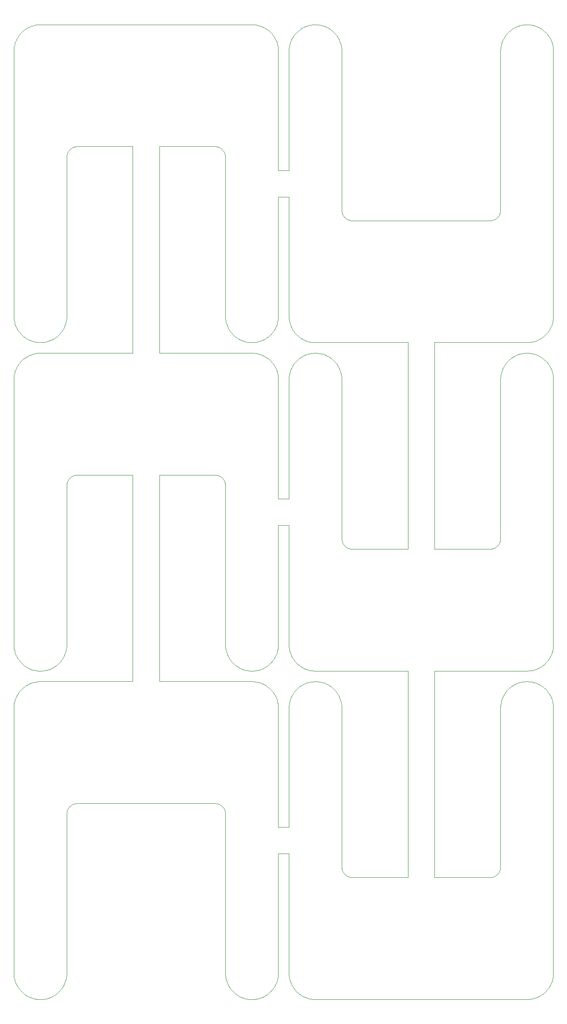
<source format=gm1>
G04 #@! TF.GenerationSoftware,KiCad,Pcbnew,7.0.5-7.0.5~ubuntu22.04.1*
G04 #@! TF.CreationDate,2023-06-19T14:44:07+01:00*
G04 #@! TF.ProjectId,panel,70616e65-6c2e-46b6-9963-61645f706362,v01*
G04 #@! TF.SameCoordinates,Original*
G04 #@! TF.FileFunction,Profile,NP*
%FSLAX46Y46*%
G04 Gerber Fmt 4.6, Leading zero omitted, Abs format (unit mm)*
G04 Created by KiCad (PCBNEW 7.0.5-7.0.5~ubuntu22.04.1) date 2023-06-19 14:44:07*
%MOMM*%
%LPD*%
G01*
G04 APERTURE LIST*
G04 #@! TA.AperFunction,Profile*
%ADD10C,0.100000*%
G04 #@! TD*
G04 APERTURE END LIST*
D10*
X11697144Y-85023063D02*
X11797663Y-85010261D01*
X63597402Y-98959059D02*
X63498694Y-98936154D01*
X10023063Y-86697144D02*
X10040940Y-86597402D01*
X61900862Y-4009269D02*
X61845386Y-3766213D01*
X50000000Y-151500000D02*
X50000000Y-151500000D01*
X60491184Y-125420665D02*
X60308429Y-125251093D01*
X92392618Y-65057826D02*
X92301536Y-65289899D01*
X48665259Y-182400863D02*
X48830222Y-182213938D01*
X62418448Y-98224211D02*
X62358473Y-98142536D01*
X43887395Y-183874639D02*
X44131759Y-183924038D01*
X628266Y-2573490D02*
X510977Y-2798029D01*
X100623963Y-58444834D02*
X100793790Y-58256862D01*
X39936154Y-148498694D02*
X39959059Y-148597402D01*
X48623963Y-63555165D02*
X48444834Y-63376036D01*
X63401273Y-98908278D02*
X63305389Y-98875504D01*
X9975153Y-117497839D02*
X9993784Y-117249229D01*
X53508815Y-125420665D02*
X53334740Y-125599136D01*
X57621718Y-62038803D02*
X57373650Y-62013981D01*
X44626349Y-183986018D02*
X44875346Y-183998445D01*
X39908278Y-148401273D02*
X39936154Y-148498694D01*
X101504844Y-126830581D02*
X101391107Y-126608730D01*
X11029396Y-147251306D02*
X11119211Y-147204390D01*
X99281053Y-62550640D02*
X99056435Y-62442470D01*
X97000000Y-184000000D02*
X97253245Y-183993582D01*
X94500000Y-62669872D02*
X94287268Y-62799870D01*
X41882550Y-120909157D02*
X42081281Y-121059690D01*
X40495155Y-57169418D02*
X40608892Y-57391269D01*
X60117449Y-125090842D02*
X59918718Y-124940309D01*
X101131193Y-64183399D02*
X100985662Y-63980977D01*
X100117449Y-63090842D02*
X99918718Y-62940309D01*
X4875346Y-121998445D02*
X5124653Y-121998445D01*
X40868806Y-181816600D02*
X41014337Y-182019022D01*
X1743137Y-1206209D02*
X1555165Y-1376036D01*
X101900862Y-66009269D02*
X101845386Y-65766213D01*
X3173294Y-121654368D02*
X3407566Y-121739636D01*
X39142536Y-23358473D02*
X39224211Y-23418448D01*
X92099137Y-66009269D02*
X92055845Y-66254788D01*
X97373650Y-13981D02*
X97124653Y-1554D01*
X99137Y-55990730D02*
X154613Y-56233786D01*
X101243221Y-181644820D02*
X101371733Y-181426509D01*
X6112604Y-121874639D02*
X6354202Y-121813121D01*
X49371733Y-126573490D02*
X49243221Y-126355179D01*
X98736526Y-183688760D02*
X98971779Y-183594789D01*
X9607381Y-180942173D02*
X9698463Y-180710100D01*
X101103817Y-119856341D02*
X101243221Y-119644820D01*
X53882550Y-125090842D02*
X53691570Y-125251093D01*
X38202336Y-85010261D02*
X38302855Y-85023063D01*
X54718946Y-62550640D02*
X54500000Y-62669872D01*
X10063845Y-86498694D02*
X10091721Y-86401273D01*
X59712731Y-62799870D02*
X59500000Y-62669872D01*
X6417Y-128746754D02*
X0Y-129000000D01*
X62000000Y-35000000D02*
X62000000Y-5000000D01*
X51000000Y-94500000D02*
X52000000Y-94500000D01*
X94943564Y-124442470D02*
X94718946Y-124550640D01*
X39959059Y-24597402D02*
X39976936Y-24697144D01*
X101777864Y-3526224D02*
X101698463Y-3289899D01*
X92024846Y-128502160D02*
X92006215Y-128750770D01*
X94287268Y-124799870D02*
X94081281Y-124940309D01*
X93334740Y-63599136D02*
X93169777Y-63786061D01*
X57658Y-4242861D02*
X25653Y-4494158D01*
X62358473Y-98142536D02*
X62302711Y-98057928D01*
X22500000Y-60999222D02*
X22500000Y-62000000D01*
X42943564Y-121557529D02*
X43173294Y-121654368D01*
X38694610Y-23124495D02*
X38788711Y-23162084D01*
X90302855Y-160976936D02*
X90202336Y-160989738D01*
X60985662Y-125980977D02*
X60830222Y-125786061D01*
X45757138Y-124057658D02*
X45505841Y-124025653D01*
X5621718Y-183961196D02*
X5868240Y-183924038D01*
X392618Y-56942173D02*
X495155Y-57169418D01*
X102000000Y-5000000D02*
X101993784Y-4750770D01*
X61845386Y-3766213D02*
X61777864Y-3526224D01*
X52733545Y-2392823D02*
X52608892Y-2608730D01*
X46112604Y-59874639D02*
X46354202Y-59813121D01*
X40495155Y-119169418D02*
X40608892Y-119391269D01*
X3645797Y-59813121D02*
X3887395Y-59874639D01*
X52868806Y-2183399D02*
X52733545Y-2392823D01*
X90880788Y-160795609D02*
X90788711Y-160837915D01*
X49993784Y-179249229D02*
X50000000Y-179000000D01*
X55887395Y-125360D02*
X55645797Y-186878D01*
X52159614Y-118253262D02*
X52229303Y-118496815D01*
X62124495Y-97694610D02*
X62091721Y-97598726D01*
X62204390Y-35880788D02*
X62162084Y-35788711D01*
X62942071Y-36697288D02*
X62857463Y-36641526D01*
X55845Y-179745211D02*
X99137Y-179990730D01*
X100830222Y-63786061D02*
X100665259Y-63599136D01*
X60491184Y-1420665D02*
X60308429Y-1251093D01*
X90598726Y-98908278D02*
X90501305Y-98936154D01*
X11797663Y-147010261D02*
X11898701Y-147002566D01*
X40868806Y-57816600D02*
X41014337Y-58019022D01*
X48308429Y-120748906D02*
X48491184Y-120579334D01*
X46112604Y-183874639D02*
X46354202Y-183813121D01*
X58826705Y-345631D02*
X58592433Y-260363D01*
X98112604Y-62125360D02*
X97868240Y-62075961D01*
X53334740Y-1599136D02*
X53169777Y-1786061D01*
X10418448Y-23775788D02*
X10482483Y-23697255D01*
X41508815Y-58579334D02*
X41691570Y-58748906D01*
X40000000Y-117000000D02*
X40006215Y-117249229D01*
X42500000Y-59330127D02*
X42718946Y-59449359D01*
X52628266Y-119426509D02*
X52756778Y-119644820D01*
X48985662Y-120019022D02*
X49131193Y-119816600D01*
X10204390Y-24119211D02*
X10251306Y-24029396D01*
X63898701Y-36997433D02*
X63797663Y-36989738D01*
X99201970Y-59489022D02*
X99426509Y-59371733D01*
X92024846Y-66502160D02*
X92006215Y-66750770D01*
X100308429Y-63251093D02*
X100117449Y-63090842D01*
X62000000Y-129000000D02*
X61993784Y-128750770D01*
X62002566Y-97101298D02*
X62000000Y-97000000D01*
X40392618Y-118942173D02*
X40495155Y-119169418D01*
X94718946Y-550640D02*
X94500000Y-669872D01*
X90302855Y-98976936D02*
X90202336Y-98989738D01*
X94943564Y-62442470D02*
X94718946Y-62550640D01*
X2718946Y-59449359D02*
X2943564Y-59557529D01*
X10550414Y-23622066D02*
X10622066Y-23550414D01*
X41882550Y-58909157D02*
X42081281Y-59059690D01*
X628266Y-126573490D02*
X510977Y-126798029D01*
X10000000Y-117000000D02*
X10000000Y-87000000D01*
X52102350Y-118006492D02*
X52159614Y-118253262D01*
X101504844Y-2830581D02*
X101391107Y-2608730D01*
X90202336Y-36989738D02*
X90101298Y-36997433D01*
X52024846Y-128502160D02*
X52006215Y-128750770D01*
X92099137Y-128009269D02*
X92055845Y-128254788D01*
X49993784Y-117249229D02*
X50000000Y-117000000D01*
X49266454Y-119607176D02*
X49391107Y-119391269D01*
X45124653Y-59998445D02*
X45373650Y-59986018D01*
X63119211Y-36795609D02*
X63029396Y-36748693D01*
X50000000Y-129000000D02*
X49993582Y-128746754D01*
X92733545Y-126392823D02*
X92608892Y-126608730D01*
X6826705Y-121654368D02*
X7056435Y-121557529D01*
X48444834Y-1376036D02*
X48256862Y-1206209D01*
X39449585Y-23622066D02*
X39517516Y-23697255D01*
X52311239Y-118736526D02*
X52405210Y-118971779D01*
X62040940Y-159402597D02*
X62023063Y-159302855D01*
X48830222Y-58213938D02*
X48985662Y-58019022D01*
X102350Y-65993507D02*
X57658Y-66242861D01*
X52392618Y-127057826D02*
X52301536Y-127289899D01*
X40099137Y-55990730D02*
X40154613Y-56233786D01*
X10162084Y-24211288D02*
X10204390Y-24119211D01*
X222135Y-180473775D02*
X301536Y-180710100D01*
X9777864Y-180473775D02*
X9845386Y-180233786D01*
X9845386Y-180233786D02*
X9900862Y-179990730D01*
X47056435Y-183557529D02*
X47281053Y-183449359D01*
X45373650Y-59986018D02*
X45621718Y-59961196D01*
X102000000Y-55000000D02*
X102000000Y-5000000D01*
X56746754Y-59993582D02*
X57000000Y-60000000D01*
X98826705Y-62345631D02*
X98592433Y-62260363D01*
X100491184Y-125420665D02*
X100308429Y-125251093D01*
X97000000Y-60000000D02*
X97253245Y-59993582D01*
X51000000Y-27500000D02*
X50000000Y-27500000D01*
X53555165Y-120623963D02*
X53743137Y-120793790D01*
X40000000Y-87000000D02*
X40000000Y-117000000D01*
X101845386Y-3766213D02*
X101777864Y-3526224D01*
X92301536Y-3289899D02*
X92222135Y-3526224D01*
X7281053Y-59449359D02*
X7500000Y-59330127D01*
X61698463Y-65289899D02*
X61607381Y-65057826D01*
X9266454Y-119607176D02*
X9391107Y-119391269D01*
X62942071Y-98697288D02*
X62857463Y-98641526D01*
X1206209Y-63743137D02*
X1046121Y-63939470D01*
X53743137Y-58793790D02*
X53939470Y-58953878D01*
X91908278Y-97598726D02*
X91875504Y-97694610D01*
X63401273Y-36908278D02*
X63305389Y-36875504D01*
X96875346Y-62001554D02*
X96626349Y-62013981D01*
X62023063Y-159302855D02*
X62010261Y-159202336D01*
X46354202Y-59813121D02*
X46592433Y-59739636D01*
X41691570Y-120748906D02*
X41882550Y-120909157D01*
X39377933Y-23550414D02*
X39449585Y-23622066D01*
X40006215Y-117249229D02*
X40024846Y-117497839D01*
X91581551Y-160224211D02*
X91517516Y-160302744D01*
X61777864Y-65526224D02*
X61698463Y-65289899D01*
X39989738Y-24797663D02*
X39997433Y-24898701D01*
X53046121Y-120060529D02*
X53206209Y-120256862D01*
X74500000Y-122000000D02*
X74500000Y-123000777D01*
X4131759Y-59924038D02*
X4378281Y-59961196D01*
X100665259Y-1599136D02*
X100491184Y-1420665D01*
X53376036Y-182444834D02*
X53555165Y-182623963D01*
X7712731Y-121200129D02*
X7918718Y-121059690D01*
X3887395Y-59874639D02*
X4131759Y-59924038D01*
X40608892Y-57391269D02*
X40733545Y-57607176D01*
X97505841Y-121974346D02*
X97757138Y-121942341D01*
X40222135Y-118473775D02*
X40301536Y-118710100D01*
X47056435Y-121557529D02*
X47281053Y-121449359D01*
X62063845Y-35501305D02*
X62040940Y-35402597D01*
X54355179Y-121243221D02*
X54573490Y-121371733D01*
X93691570Y-63251093D02*
X93508815Y-63420665D01*
X52301536Y-127289899D02*
X52222135Y-127526224D01*
X43407566Y-121739636D02*
X43645797Y-121813121D01*
X40608892Y-119391269D02*
X40733545Y-119607176D01*
X61993784Y-4750770D02*
X61975153Y-4502160D01*
X99500000Y-124669872D02*
X99281053Y-124550640D01*
X56242861Y-183942341D02*
X56494158Y-183974346D01*
X48665259Y-58400863D02*
X48830222Y-58213938D01*
X98971779Y-183594789D02*
X99201970Y-183489022D01*
X92024846Y-4502160D02*
X92006215Y-4750770D01*
X46354202Y-183813121D02*
X46592433Y-183739636D01*
X101131193Y-2183399D02*
X100985662Y-1980977D01*
X38202336Y-147010261D02*
X38302855Y-147023063D01*
X44626349Y-59986018D02*
X44875346Y-59998445D01*
X61266454Y-126392823D02*
X61131193Y-126183399D01*
X2287268Y-183200129D02*
X2500000Y-183330127D01*
X10482483Y-147697255D02*
X10550414Y-147622066D01*
X9391107Y-57391269D02*
X9504844Y-57169418D01*
X0Y-5000000D02*
X0Y-55000000D01*
X46592433Y-121739636D02*
X46826705Y-121654368D01*
X1939470Y-1046121D02*
X1743137Y-1206209D01*
X92608892Y-126608730D02*
X92495155Y-126830581D01*
X38402597Y-85040940D02*
X38501305Y-85063845D01*
X60665259Y-63599136D02*
X60491184Y-63420665D01*
X52222135Y-3526224D02*
X52154613Y-3766213D01*
X90598726Y-160908278D02*
X90501305Y-160936154D01*
X49688760Y-127263473D02*
X49594789Y-127028220D01*
X39581551Y-147775788D02*
X39641526Y-147857463D01*
X101993582Y-117253245D02*
X102000000Y-117000000D01*
X39989738Y-86797663D02*
X39997433Y-86898701D01*
X52229303Y-118496815D02*
X52311239Y-118736526D01*
X40733545Y-119607176D02*
X40868806Y-119816600D01*
X91795609Y-35880788D02*
X91748693Y-35970603D01*
X91057928Y-98697288D02*
X90970603Y-98748693D01*
X48623963Y-1555165D02*
X48444834Y-1376036D01*
X38598726Y-23091721D02*
X38694610Y-23124495D01*
X222135Y-118473775D02*
X301536Y-118710100D01*
X54573490Y-121371733D02*
X54798029Y-121489022D01*
X40301536Y-56710100D02*
X40392618Y-56942173D01*
X90880788Y-36795609D02*
X90788711Y-36837915D01*
X49770696Y-65503184D02*
X49688760Y-65263473D01*
X2143658Y-896182D02*
X1939470Y-1046121D01*
X46736526Y-124311239D02*
X46496815Y-124229303D01*
X46971779Y-405210D02*
X46736526Y-311239D01*
X91795609Y-97880788D02*
X91748693Y-97970603D01*
X60985662Y-1980977D02*
X60830222Y-1786061D01*
X42500000Y-121330127D02*
X42718946Y-121449359D01*
X11401273Y-147091721D02*
X11498694Y-147063845D01*
X100985662Y-1980977D02*
X100830222Y-1786061D01*
X62302711Y-36057928D02*
X62251306Y-35970603D01*
X101103817Y-181856341D02*
X101243221Y-181644820D01*
X10002566Y-148898701D02*
X10010261Y-148797663D01*
X48256862Y-1206209D02*
X48060529Y-1046121D01*
X54798029Y-183489022D02*
X55028220Y-183594789D01*
X100060529Y-58953878D02*
X100256862Y-58793790D01*
X46496815Y-229303D02*
X46253262Y-159614D01*
X3173294Y-183654368D02*
X3407566Y-183739636D01*
X4746754Y-62006417D02*
X4494158Y-62025653D01*
X52405210Y-180971779D02*
X52510977Y-181201970D01*
X91449585Y-98377933D02*
X91377933Y-98449585D01*
X62204390Y-159880788D02*
X62162084Y-159788711D01*
X63697144Y-36976936D02*
X63597402Y-36959059D01*
X49942341Y-4242861D02*
X49897649Y-3993507D01*
X101770696Y-118496815D02*
X101840385Y-118253262D01*
X38101298Y-85002566D02*
X38202336Y-85010261D01*
X45000000Y-124000000D02*
X27500000Y-124000000D01*
X49688760Y-65263473D02*
X49594789Y-65028220D01*
X52006417Y-55253245D02*
X52025653Y-55505841D01*
X896182Y-64143658D02*
X756778Y-64355179D01*
X10358473Y-147857463D02*
X10418448Y-147775788D01*
X91959059Y-159402597D02*
X91936154Y-159501305D01*
X45373650Y-121986018D02*
X45621718Y-121961196D01*
X3887395Y-183874639D02*
X4131759Y-183924038D01*
X55746737Y-121840385D02*
X55993507Y-121897649D01*
X54355179Y-183243221D02*
X54573490Y-183371733D01*
X392618Y-118942173D02*
X495155Y-119169418D01*
X95645797Y-62186878D02*
X95407566Y-62260363D01*
X48117449Y-120909157D02*
X48308429Y-120748906D01*
X0Y-129000000D02*
X0Y-179000000D01*
X54355179Y-59243221D02*
X54573490Y-59371733D01*
X48256862Y-125206209D02*
X48060529Y-125046121D01*
X38402597Y-147040940D02*
X38501305Y-147063845D01*
X96626349Y-62013981D02*
X96378281Y-62038803D01*
X5621718Y-121961196D02*
X5868240Y-121924038D01*
X39997433Y-86898701D02*
X40000000Y-87000000D01*
X46736526Y-62311239D02*
X46496815Y-62229303D01*
X54287268Y-799870D02*
X54081281Y-940309D01*
X61698463Y-127289899D02*
X61607381Y-127057826D01*
X1046121Y-125939470D02*
X896182Y-126143658D01*
X39875504Y-86305389D02*
X39908278Y-86401273D01*
X10251306Y-148029396D02*
X10302711Y-147942071D01*
X60308429Y-125251093D02*
X60117449Y-125090842D01*
X41169777Y-182213938D02*
X41334740Y-182400863D01*
X1882550Y-182909157D02*
X2081281Y-183059690D01*
X39142536Y-85358473D02*
X39224211Y-85418448D01*
X62302711Y-98057928D02*
X62251306Y-97970603D01*
X38402597Y-23040940D02*
X38501305Y-23063845D01*
X628266Y-64573490D02*
X510977Y-64798029D01*
X2287268Y-121200129D02*
X2500000Y-121330127D01*
X311239Y-65263473D02*
X229303Y-65503184D01*
X55887395Y-62125360D02*
X55645797Y-62186878D01*
X94500000Y-124669872D02*
X94287268Y-124799870D01*
X96626349Y-124013981D02*
X96378281Y-124038803D01*
X91976936Y-35302855D02*
X91959059Y-35402597D01*
X74500000Y-61000777D02*
X74500000Y-99000000D01*
X61993784Y-128750770D02*
X61975153Y-128502160D01*
X4494158Y-62025653D02*
X4242861Y-62057658D01*
X55407566Y-260363D02*
X55173294Y-345631D01*
X101131193Y-126183399D02*
X100985662Y-125980977D01*
X59712731Y-124799870D02*
X59500000Y-124669872D01*
X99644820Y-183243221D02*
X99856341Y-183103817D01*
X39057928Y-147302711D02*
X39142536Y-147358473D01*
X159614Y-127746737D02*
X102350Y-127993507D01*
X48830222Y-182213938D02*
X48985662Y-182019022D01*
X9777864Y-56473775D02*
X9845386Y-56233786D01*
X8665259Y-120400863D02*
X8830222Y-120213938D01*
X7281053Y-183449359D02*
X7500000Y-183330127D01*
X91875504Y-159694610D02*
X91837915Y-159788711D01*
X38694610Y-147124495D02*
X38788711Y-147162084D01*
X97868240Y-62075961D02*
X97621718Y-62038803D01*
X50000000Y-32500000D02*
X51000000Y-32500000D01*
X93014337Y-1980977D02*
X92868806Y-2183399D01*
X11305389Y-147124495D02*
X11401273Y-147091721D01*
X99281053Y-550640D02*
X99056435Y-442470D01*
X59918718Y-124940309D02*
X59712731Y-124799870D01*
X48953878Y-125939470D02*
X48793790Y-125743137D01*
X57621718Y-38803D02*
X57373650Y-13981D01*
X47201970Y-510977D02*
X46971779Y-405210D01*
X405210Y-3028220D02*
X311239Y-3263473D01*
X25653Y-66494158D02*
X6417Y-66746754D01*
X38501305Y-23063845D02*
X38598726Y-23091721D01*
X62063845Y-159501305D02*
X62040940Y-159402597D01*
X9504844Y-119169418D02*
X9607381Y-118942173D01*
X49975153Y-117497839D02*
X49993784Y-117249229D01*
X1169777Y-58213938D02*
X1334740Y-58400863D01*
X40154613Y-180233786D02*
X40222135Y-180473775D01*
X2287268Y-59200129D02*
X2500000Y-59330127D01*
X48793790Y-63743137D02*
X48623963Y-63555165D01*
X39697288Y-147942071D02*
X39748693Y-148029396D01*
X62550414Y-36377933D02*
X62482483Y-36302744D01*
X49594789Y-127028220D02*
X49489022Y-126798029D01*
X46253262Y-124159614D02*
X46006492Y-124102350D01*
X62000000Y-5000000D02*
X61993784Y-4750770D01*
X39959059Y-86597402D02*
X39976936Y-86697144D01*
X91697288Y-160057928D02*
X91641526Y-160142536D01*
X100953878Y-120060529D02*
X101103817Y-119856341D01*
X38101298Y-23002566D02*
X38202336Y-23010261D01*
X52608892Y-2608730D02*
X52495155Y-2830581D01*
X5124653Y-183998445D02*
X5373650Y-183986018D01*
X91837915Y-97788711D02*
X91795609Y-97880788D01*
X49131193Y-181816600D02*
X49266454Y-181607176D01*
X94943564Y-442470D02*
X94718946Y-550640D01*
X62358473Y-160142536D02*
X62302711Y-160057928D01*
X3887395Y-121874639D02*
X4131759Y-121924038D01*
X97621718Y-124038803D02*
X97373650Y-124013981D01*
X756778Y-126355179D02*
X628266Y-126573490D01*
X91302744Y-160517516D02*
X91224211Y-160581551D01*
X59056435Y-62442470D02*
X58826705Y-62345631D01*
X100444834Y-58623963D02*
X100623963Y-58444834D01*
X92000000Y-5000000D02*
X92000000Y-35000000D01*
X10857463Y-147358473D02*
X10942071Y-147302711D01*
X49594789Y-3028220D02*
X49489022Y-2798029D01*
X53882550Y-63090842D02*
X53691570Y-63251093D01*
X55746737Y-183840385D02*
X55993507Y-183897649D01*
X54287268Y-124799870D02*
X54081281Y-124940309D01*
X57658Y-66242861D02*
X25653Y-66494158D01*
X55645797Y-186878D02*
X55407566Y-260363D01*
X48308429Y-58748906D02*
X48491184Y-58579334D01*
X8308429Y-182748906D02*
X8491184Y-182579334D01*
X52495155Y-126830581D02*
X52392618Y-127057826D01*
X56626349Y-13981D02*
X56378281Y-38803D01*
X9975153Y-55497839D02*
X9993784Y-55249229D01*
X39697288Y-23942071D02*
X39748693Y-24029396D01*
X44378281Y-59961196D02*
X44626349Y-59986018D01*
X91936154Y-159501305D02*
X91908278Y-159598726D01*
X2718946Y-121449359D02*
X2943564Y-121557529D01*
X6112604Y-59874639D02*
X6354202Y-59813121D01*
X2943564Y-183557529D02*
X3173294Y-183654368D01*
X5868240Y-121924038D02*
X6112604Y-121874639D01*
X42718946Y-183449359D02*
X42943564Y-183557529D01*
X101371733Y-181426509D02*
X101489022Y-181201970D01*
X6215Y-179249229D02*
X24846Y-179497839D01*
X6417Y-4746754D02*
X0Y-5000000D01*
X60491184Y-63420665D02*
X60308429Y-63251093D01*
X40000000Y-55000000D02*
X40006215Y-55249229D01*
X62040940Y-97402597D02*
X62023063Y-97302855D01*
X92154613Y-127766213D02*
X92099137Y-128009269D01*
X40301536Y-180710100D02*
X40392618Y-180942173D01*
X51000000Y-89500000D02*
X50000000Y-89500000D01*
X11119211Y-85204390D02*
X11211288Y-85162084D01*
X39795609Y-24119211D02*
X39837915Y-24211288D01*
X47856341Y-62896182D02*
X47644820Y-62756778D01*
X4626349Y-121986018D02*
X4875346Y-121998445D01*
X46112604Y-121874639D02*
X46354202Y-121813121D01*
X55173294Y-345631D02*
X54943564Y-442470D01*
X93508815Y-63420665D02*
X93334740Y-63599136D01*
X97124653Y-1554D02*
X96875346Y-1554D01*
X9391107Y-181391269D02*
X9504844Y-181169418D01*
X46253262Y-159614D02*
X46006492Y-102350D01*
X99712731Y-799870D02*
X99500000Y-669872D01*
X90880788Y-98795609D02*
X90788711Y-98837915D01*
X48256862Y-63206209D02*
X48060529Y-63046121D01*
X97000000Y-122000000D02*
X97253245Y-121993582D01*
X44378281Y-183961196D02*
X44626349Y-183986018D01*
X101243221Y-119644820D02*
X101371733Y-119426509D01*
X60665259Y-1599136D02*
X60491184Y-1420665D01*
X90000000Y-37000000D02*
X64000000Y-37000000D01*
X9845386Y-118233786D02*
X9900862Y-117990730D01*
X38788711Y-85162084D02*
X38880788Y-85204390D01*
X495155Y-181169418D02*
X608892Y-181391269D01*
X10697255Y-23482483D02*
X10775788Y-23418448D01*
X5373650Y-183986018D02*
X5621718Y-183961196D01*
X46253262Y-62159614D02*
X46006492Y-62102350D01*
X62775788Y-36581551D02*
X62697255Y-36517516D01*
X11211288Y-147162084D02*
X11305389Y-147124495D01*
X96131759Y-62075961D02*
X95887395Y-62125360D01*
X90501305Y-98936154D02*
X90402597Y-98959059D01*
X154613Y-118233786D02*
X222135Y-118473775D01*
X52000000Y-156500000D02*
X52000000Y-179000000D01*
X42081281Y-59059690D02*
X42287268Y-59200129D01*
X7918718Y-59059690D02*
X8117449Y-58909157D01*
X9607381Y-118942173D02*
X9698463Y-118710100D01*
X41169777Y-120213938D02*
X41334740Y-120400863D01*
X96378281Y-62038803D02*
X96131759Y-62075961D01*
X49900862Y-55990730D02*
X49944154Y-55745211D01*
X8665259Y-182400863D02*
X8830222Y-182213938D01*
X63797663Y-160989738D02*
X63697144Y-160976936D01*
X100060529Y-182953878D02*
X100256862Y-182793790D01*
X100793790Y-182256862D02*
X100953878Y-182060529D01*
X91449585Y-160377933D02*
X91377933Y-160449585D01*
X10550414Y-147622066D02*
X10622066Y-147550414D01*
X91377933Y-36449585D02*
X91302744Y-36517516D01*
X41508815Y-120579334D02*
X41691570Y-120748906D01*
X1334740Y-58400863D02*
X1508815Y-58579334D01*
X92868806Y-2183399D02*
X92733545Y-2392823D01*
X40301536Y-118710100D02*
X40392618Y-118942173D01*
X11211288Y-85162084D02*
X11305389Y-85124495D01*
X6826705Y-183654368D02*
X7056435Y-183557529D01*
X53508815Y-63420665D02*
X53334740Y-63599136D01*
X3993507Y-124102350D02*
X3746737Y-124159614D01*
X53691570Y-125251093D02*
X53508815Y-125420665D01*
X55263473Y-121688760D02*
X55503184Y-121770696D01*
X62162084Y-97788711D02*
X62124495Y-97694610D01*
X101371733Y-57426509D02*
X101489022Y-57201970D01*
X405210Y-65028220D02*
X311239Y-65263473D01*
X90970603Y-36748693D02*
X90880788Y-36795609D01*
X45505841Y-124025653D02*
X45253245Y-124006417D01*
X38970603Y-23251306D02*
X39057928Y-23302711D01*
X55263473Y-183688760D02*
X55503184Y-183770696D01*
X46971779Y-62405210D02*
X46736526Y-62311239D01*
X2798029Y-62510977D02*
X2573490Y-62628266D01*
X97253245Y-183993582D02*
X97505841Y-183974346D01*
X39517516Y-85697255D02*
X39581551Y-85775788D01*
X99712731Y-62799870D02*
X99500000Y-62669872D01*
X52102350Y-180006492D02*
X52159614Y-180253262D01*
X54287268Y-62799870D02*
X54081281Y-62940309D01*
X91377933Y-160449585D02*
X91302744Y-160517516D01*
X98112604Y-124125360D02*
X97868240Y-124075961D01*
X100444834Y-120623963D02*
X100623963Y-120444834D01*
X100256862Y-120793790D02*
X100444834Y-120623963D01*
X61131193Y-126183399D02*
X60985662Y-125980977D01*
X42500000Y-183330127D02*
X42718946Y-183449359D01*
X101845386Y-127766213D02*
X101777864Y-127526224D01*
X1046121Y-63939470D02*
X896182Y-64143658D01*
X41508815Y-182579334D02*
X41691570Y-182748906D01*
X11119211Y-23204390D02*
X11211288Y-23162084D01*
X41334740Y-58400863D02*
X41508815Y-58579334D01*
X1046121Y-1939470D02*
X896182Y-2143658D01*
X7500000Y-59330127D02*
X7712731Y-59200129D01*
X52006417Y-179253245D02*
X52025653Y-179505841D01*
X61131193Y-64183399D02*
X60985662Y-63980977D01*
X91997433Y-159101298D02*
X91989738Y-159202336D01*
X95645797Y-186878D02*
X95407566Y-260363D01*
X52628266Y-57426509D02*
X52756778Y-57644820D01*
X101840385Y-118253262D02*
X101897649Y-118006492D01*
X11401273Y-85091721D02*
X11498694Y-85063845D01*
X91581551Y-36224211D02*
X91517516Y-36302744D01*
X93169777Y-1786061D02*
X93014337Y-1980977D01*
X100060529Y-120953878D02*
X100256862Y-120793790D01*
X39057928Y-85302711D02*
X39142536Y-85358473D01*
X62697255Y-98517516D02*
X62622066Y-98449585D01*
X63305389Y-98875504D02*
X63211288Y-98837915D01*
X40154613Y-118233786D02*
X40222135Y-118473775D01*
X62942071Y-160697288D02*
X62857463Y-160641526D01*
X49974346Y-66494158D02*
X49942341Y-66242861D01*
X52495155Y-64830581D02*
X52392618Y-65057826D01*
X101944154Y-128254788D02*
X101900862Y-128009269D01*
X74500000Y-123000777D02*
X74500000Y-161000000D01*
X56494158Y-59974346D02*
X56746754Y-59993582D01*
X5124653Y-59998445D02*
X5373650Y-59986018D01*
X63597402Y-36959059D02*
X63498694Y-36936154D01*
X50000000Y-179000000D02*
X50000000Y-156500000D01*
X74500000Y-161000000D02*
X64000000Y-161000000D01*
X101688760Y-180736526D02*
X101770696Y-180496815D01*
X47644820Y-62756778D02*
X47426509Y-62628266D01*
X10023063Y-148697144D02*
X10040940Y-148597402D01*
X49371733Y-2573490D02*
X49243221Y-2355179D01*
X90101298Y-98997433D02*
X90000000Y-99000000D01*
X10000000Y-25000000D02*
X10002566Y-24898701D01*
X4131759Y-183924038D02*
X4378281Y-183961196D01*
X62358473Y-36142536D02*
X62302711Y-36057928D01*
X49371733Y-64573490D02*
X49243221Y-64355179D01*
X47500000Y-59330127D02*
X47712731Y-59200129D01*
X40733545Y-181607176D02*
X40868806Y-181816600D01*
X8985662Y-120019022D02*
X9131193Y-119816600D01*
X45621718Y-183961196D02*
X45868240Y-183924038D01*
X229303Y-127503184D02*
X159614Y-127746737D01*
X10124495Y-148305389D02*
X10162084Y-148211288D01*
X100953878Y-182060529D02*
X101103817Y-181856341D01*
X46496815Y-124229303D02*
X46253262Y-124159614D01*
X101942341Y-117757138D02*
X101974346Y-117505841D01*
X62550414Y-160377933D02*
X62482483Y-160302744D01*
X56131759Y-62075961D02*
X55887395Y-62125360D01*
X1014337Y-120019022D02*
X1169777Y-120213938D01*
X9131193Y-181816600D02*
X9266454Y-181607176D01*
X4746754Y-124006417D02*
X4494158Y-124025653D01*
X52868806Y-64183399D02*
X52733545Y-64392823D01*
X62482483Y-160302744D02*
X62418448Y-160224211D01*
X1691570Y-120748906D02*
X1882550Y-120909157D01*
X54500000Y-124669872D02*
X54287268Y-124799870D01*
X53376036Y-58444834D02*
X53555165Y-58623963D01*
X55028220Y-121594789D02*
X55263473Y-121688760D01*
X91875504Y-35694610D02*
X91837915Y-35788711D01*
X10775788Y-147418448D02*
X10857463Y-147358473D01*
X38000000Y-23000000D02*
X38101298Y-23002566D01*
X101770696Y-180496815D02*
X101840385Y-180253262D01*
X90501305Y-36936154D02*
X90402597Y-36959059D01*
X55887395Y-124125360D02*
X55645797Y-124186878D01*
X62023063Y-97302855D02*
X62010261Y-97202336D01*
X46971779Y-124405210D02*
X46736526Y-124311239D01*
X52025653Y-55505841D02*
X52057658Y-55757138D01*
X101103817Y-57856341D02*
X101243221Y-57644820D01*
X100985662Y-125980977D02*
X100830222Y-125786061D01*
X52000000Y-32500000D02*
X52000000Y-55000000D01*
X40055845Y-117745211D02*
X40099137Y-117990730D01*
X25653Y-4494158D02*
X6417Y-4746754D01*
X9944154Y-179745211D02*
X9975153Y-179497839D01*
X27500000Y-60999222D02*
X27500000Y-23000000D01*
X392618Y-180942173D02*
X495155Y-181169418D01*
X1376036Y-1555165D02*
X1206209Y-1743137D01*
X91224211Y-36581551D02*
X91142536Y-36641526D01*
X91875504Y-97694610D02*
X91837915Y-97788711D01*
X62091721Y-159598726D02*
X62063845Y-159501305D01*
X48793790Y-125743137D02*
X48623963Y-125555165D01*
X1743137Y-125206209D02*
X1555165Y-125376036D01*
X42287268Y-183200129D02*
X42500000Y-183330127D01*
X38598726Y-85091721D02*
X38694610Y-85124495D01*
X1376036Y-125555165D02*
X1206209Y-125743137D01*
X38970603Y-147251306D02*
X39057928Y-147302711D01*
X10358473Y-85857463D02*
X10418448Y-85775788D01*
X311239Y-127263473D02*
X229303Y-127503184D01*
X47500000Y-121330127D02*
X47712731Y-121200129D01*
X60308429Y-63251093D02*
X60117449Y-63090842D01*
X98592433Y-62260363D02*
X98354202Y-62186878D01*
X101993582Y-179253245D02*
X102000000Y-179000000D01*
X43645797Y-183813121D02*
X43887395Y-183874639D01*
X98354202Y-186878D02*
X98112604Y-125360D01*
X27500000Y-124000000D02*
X27500000Y-122999222D01*
X39449585Y-85622066D02*
X39517516Y-85697255D01*
X608892Y-181391269D02*
X733545Y-181607176D01*
X6215Y-55249229D02*
X24846Y-55497839D01*
X4378281Y-59961196D02*
X4626349Y-59986018D01*
X52608892Y-64608730D02*
X52495155Y-64830581D01*
X62023063Y-35302855D02*
X62010261Y-35202336D01*
X91837915Y-159788711D02*
X91795609Y-159880788D01*
X12000000Y-23000000D02*
X22500000Y-23000000D01*
X47056435Y-59557529D02*
X47281053Y-59449359D01*
X99056435Y-124442470D02*
X98826705Y-124345631D01*
X49391107Y-181391269D02*
X49504844Y-181169418D01*
X1939470Y-63046121D02*
X1743137Y-63206209D01*
X39581551Y-85775788D02*
X39641526Y-85857463D01*
X98971779Y-121594789D02*
X99201970Y-121489022D01*
X49993784Y-55249229D02*
X50000000Y-55000000D01*
X38788711Y-147162084D02*
X38880788Y-147204390D01*
X91976936Y-97302855D02*
X91959059Y-97402597D01*
X94287268Y-799870D02*
X94081281Y-940309D01*
X48953878Y-1939470D02*
X48793790Y-1743137D01*
X99918718Y-940309D02*
X99712731Y-799870D01*
X2573490Y-62628266D02*
X2355179Y-62756778D01*
X49777864Y-56473775D02*
X49845386Y-56233786D01*
X91959059Y-35402597D02*
X91936154Y-35501305D01*
X868806Y-181816600D02*
X1014337Y-182019022D01*
X868806Y-119816600D02*
X1014337Y-120019022D01*
X99426509Y-59371733D02*
X99644820Y-59243221D01*
X229303Y-65503184D02*
X159614Y-65746737D01*
X48985662Y-58019022D02*
X49131193Y-57816600D01*
X49266454Y-181607176D02*
X49391107Y-181391269D01*
X39748693Y-86029396D02*
X39795609Y-86119211D01*
X38101298Y-147002566D02*
X38202336Y-147010261D01*
X4242861Y-62057658D02*
X3993507Y-62102350D01*
X9698463Y-118710100D02*
X9777864Y-118473775D01*
X61391107Y-126608730D02*
X61266454Y-126392823D01*
X42718946Y-121449359D02*
X42943564Y-121557529D01*
X45757138Y-57658D02*
X45505841Y-25653D01*
X1555165Y-63376036D02*
X1376036Y-63555165D01*
X101371733Y-119426509D02*
X101489022Y-119201970D01*
X63119211Y-160795609D02*
X63029396Y-160748693D01*
X62063845Y-97501305D02*
X62040940Y-97402597D01*
X47918718Y-121059690D02*
X48117449Y-120909157D01*
X6826705Y-59654368D02*
X7056435Y-59557529D01*
X6112604Y-183874639D02*
X6354202Y-183813121D01*
X56626349Y-62013981D02*
X56378281Y-62038803D01*
X52159614Y-56253262D02*
X52229303Y-56496815D01*
X44131759Y-183924038D02*
X44378281Y-183961196D01*
X48665259Y-120400863D02*
X48830222Y-120213938D01*
X60117449Y-1090842D02*
X59918718Y-940309D01*
X0Y-67000000D02*
X0Y-117000000D01*
X63797663Y-36989738D02*
X63697144Y-36976936D01*
X43173294Y-183654368D02*
X43407566Y-183739636D01*
X63211288Y-160837915D02*
X63119211Y-160795609D01*
X22500000Y-62000000D02*
X5000000Y-62000000D01*
X8491184Y-182579334D02*
X8665259Y-182400863D01*
X55173294Y-124345631D02*
X54943564Y-124442470D01*
X11211288Y-23162084D02*
X11305389Y-23124495D01*
X11898701Y-23002566D02*
X12000000Y-23000000D01*
X53169777Y-63786061D02*
X53014337Y-63980977D01*
X90202336Y-160989738D02*
X90101298Y-160997433D01*
X91997433Y-35101298D02*
X91989738Y-35202336D01*
X1508815Y-120579334D02*
X1691570Y-120748906D01*
X39989738Y-148797663D02*
X39997433Y-148898701D01*
X43407566Y-183739636D02*
X43645797Y-183813121D01*
X22500000Y-85000000D02*
X22500000Y-122999222D01*
X10063845Y-148498694D02*
X10091721Y-148401273D01*
X98354202Y-62186878D02*
X98112604Y-62125360D01*
X48117449Y-182909157D02*
X48308429Y-182748906D01*
X59281053Y-550640D02*
X59056435Y-442470D01*
X9975153Y-179497839D02*
X9993784Y-179249229D01*
X61698463Y-3289899D02*
X61607381Y-3057826D01*
X733545Y-119607176D02*
X868806Y-119816600D01*
X92055845Y-128254788D02*
X92024846Y-128502160D01*
X41691570Y-182748906D02*
X41882550Y-182909157D01*
X10775788Y-23418448D02*
X10857463Y-23358473D01*
X59056435Y-442470D02*
X58826705Y-345631D01*
X100665259Y-63599136D02*
X100491184Y-63420665D01*
X52000000Y-117000000D02*
X52006417Y-117253245D01*
X52229303Y-180496815D02*
X52311239Y-180736526D01*
X24846Y-55497839D02*
X55845Y-55745211D01*
X92301536Y-65289899D02*
X92222135Y-65526224D01*
X93508815Y-1420665D02*
X93334740Y-1599136D01*
X3263473Y-62311239D02*
X3028220Y-62405210D01*
X59500000Y-124669872D02*
X59281053Y-124550640D01*
X40154613Y-56233786D02*
X40222135Y-56473775D01*
X39837915Y-148211288D02*
X39875504Y-148305389D01*
X10418448Y-147775788D02*
X10482483Y-147697255D01*
X62204390Y-97880788D02*
X62162084Y-97788711D01*
X47918718Y-59059690D02*
X48117449Y-58909157D01*
X57124653Y-1554D02*
X56875346Y-1554D01*
X52733545Y-64392823D02*
X52608892Y-64608730D01*
X59500000Y-62669872D02*
X59281053Y-62550640D01*
X5621718Y-59961196D02*
X5868240Y-59924038D01*
X55028220Y-59594789D02*
X55263473Y-59688760D01*
X38302855Y-147023063D02*
X38402597Y-147040940D01*
X54143658Y-183103817D02*
X54355179Y-183243221D01*
X91748693Y-35970603D02*
X91697288Y-36057928D01*
X50000000Y-67000000D02*
X49993582Y-66746754D01*
X92154613Y-3766213D02*
X92099137Y-4009269D01*
X48060529Y-1046121D02*
X47856341Y-896182D01*
X1882550Y-58909157D02*
X2081281Y-59059690D01*
X53169777Y-1786061D02*
X53014337Y-1980977D01*
X4378281Y-183961196D02*
X4626349Y-183986018D01*
X93334740Y-1599136D02*
X93169777Y-1786061D01*
X43407566Y-59739636D02*
X43645797Y-59813121D01*
X50000000Y-151500000D02*
X50000000Y-129000000D01*
X90202336Y-98989738D02*
X90101298Y-98997433D01*
X91697288Y-36057928D02*
X91641526Y-36142536D01*
X41334740Y-182400863D02*
X41508815Y-182579334D01*
X11697144Y-147023063D02*
X11797663Y-147010261D01*
X79500000Y-61000777D02*
X79500000Y-60000000D01*
X90598726Y-36908278D02*
X90501305Y-36936154D01*
X92000000Y-159000000D02*
X91997433Y-159101298D01*
X53206209Y-120256862D02*
X53376036Y-120444834D01*
X91142536Y-36641526D02*
X91057928Y-36697288D01*
X45373650Y-183986018D02*
X45621718Y-183961196D01*
X756778Y-64355179D02*
X628266Y-64573490D01*
X98496815Y-183770696D02*
X98736526Y-183688760D01*
X99644820Y-59243221D02*
X99856341Y-59103817D01*
X44626349Y-121986018D02*
X44875346Y-121998445D01*
X2081281Y-59059690D02*
X2287268Y-59200129D01*
X10162084Y-148211288D02*
X10204390Y-148119211D01*
X54718946Y-550640D02*
X54500000Y-669872D01*
X49103817Y-2143658D02*
X48953878Y-1939470D01*
X62302711Y-160057928D02*
X62251306Y-159970603D01*
X405210Y-127028220D02*
X311239Y-127263473D01*
X52868806Y-126183399D02*
X52733545Y-126392823D01*
X39837915Y-86211288D02*
X39875504Y-86305389D01*
X91748693Y-159970603D02*
X91697288Y-160057928D01*
X94081281Y-124940309D02*
X93882550Y-125090842D01*
X2500000Y-121330127D02*
X2718946Y-121449359D01*
X91142536Y-160641526D02*
X91057928Y-160697288D01*
X11797663Y-23010261D02*
X11898701Y-23002566D01*
X6592433Y-183739636D02*
X6826705Y-183654368D01*
X102000000Y-67000000D02*
X101993784Y-66750770D01*
X38970603Y-85251306D02*
X39057928Y-85302711D01*
X54798029Y-59489022D02*
X55028220Y-59594789D01*
X54081281Y-62940309D02*
X53882550Y-63090842D01*
X0Y-55000000D02*
X6215Y-55249229D01*
X52159614Y-180253262D02*
X52229303Y-180496815D01*
X58592433Y-62260363D02*
X58354202Y-62186878D01*
X101391107Y-2608730D02*
X101266454Y-2392823D01*
X46826705Y-183654368D02*
X47056435Y-183557529D01*
X101266454Y-2392823D02*
X101131193Y-2183399D01*
X42287268Y-59200129D02*
X42500000Y-59330127D01*
X49840385Y-127746737D02*
X49770696Y-127503184D01*
X49607381Y-118942173D02*
X49698463Y-118710100D01*
X49770696Y-3503184D02*
X49688760Y-3263473D01*
X39795609Y-86119211D02*
X39837915Y-86211288D01*
X49243221Y-126355179D02*
X49103817Y-126143658D01*
X91997433Y-97101298D02*
X91989738Y-97202336D01*
X1169777Y-120213938D02*
X1334740Y-120400863D01*
X55263473Y-59688760D02*
X55503184Y-59770696D01*
X91581551Y-98224211D02*
X91517516Y-98302744D01*
X896182Y-2143658D02*
X756778Y-2355179D01*
X90000000Y-161000000D02*
X79500000Y-161000000D01*
X9993784Y-117249229D02*
X10000000Y-117000000D01*
X49900862Y-117990730D02*
X49944154Y-117745211D01*
X39517516Y-147697255D02*
X39581551Y-147775788D01*
X98253262Y-183840385D02*
X98496815Y-183770696D01*
X40006215Y-179249229D02*
X40024846Y-179497839D01*
X91224211Y-160581551D02*
X91142536Y-160641526D01*
X56494158Y-183974346D02*
X56746754Y-183993582D01*
X93334740Y-125599136D02*
X93169777Y-125786061D01*
X39936154Y-86498694D02*
X39959059Y-86597402D01*
X91936154Y-97501305D02*
X91908278Y-97598726D01*
X49900862Y-179990730D02*
X49944154Y-179745211D01*
X96875346Y-1554D02*
X96626349Y-13981D01*
X39377933Y-147550414D02*
X39449585Y-147622066D01*
X52099137Y-66009269D02*
X52055845Y-66254788D01*
X45757138Y-62057658D02*
X45505841Y-62025653D01*
X99918718Y-62940309D02*
X99712731Y-62799870D01*
X52055845Y-4254788D02*
X52024846Y-4502160D01*
X99856341Y-183103817D02*
X100060529Y-182953878D01*
X94718946Y-124550640D02*
X94500000Y-124669872D01*
X49391107Y-57391269D02*
X49504844Y-57169418D01*
X39875504Y-148305389D02*
X39908278Y-148401273D01*
X11498694Y-23063845D02*
X11597402Y-23040940D01*
X62550414Y-98377933D02*
X62482483Y-98302744D01*
X301536Y-118710100D02*
X392618Y-118942173D01*
X92055845Y-66254788D02*
X92024846Y-66502160D01*
X55845Y-55745211D02*
X99137Y-55990730D01*
X47856341Y-896182D02*
X47644820Y-756778D01*
X101975153Y-128502160D02*
X101944154Y-128254788D01*
X49993582Y-66746754D02*
X49974346Y-66494158D01*
X62251306Y-97970603D02*
X62204390Y-97880788D01*
X48060529Y-125046121D02*
X47856341Y-124896182D01*
X58592433Y-260363D02*
X58354202Y-186878D01*
X39908278Y-86401273D02*
X39936154Y-86498694D01*
X3028220Y-405210D02*
X2798029Y-510977D01*
X3407566Y-183739636D02*
X3645797Y-183813121D01*
X301536Y-180710100D02*
X392618Y-180942173D01*
X101777864Y-65526224D02*
X101698463Y-65289899D01*
X63498694Y-98936154D02*
X63401273Y-98908278D01*
X5373650Y-121986018D02*
X5621718Y-121961196D01*
X58112604Y-125360D02*
X57868240Y-75961D01*
X2355179Y-756778D02*
X2143658Y-896182D01*
X92495155Y-126830581D02*
X92392618Y-127057826D01*
X62622066Y-98449585D02*
X62550414Y-98377933D01*
X97253245Y-59993582D02*
X97505841Y-59974346D01*
X93014337Y-63980977D02*
X92868806Y-64183399D01*
X96378281Y-38803D02*
X96131759Y-75961D01*
X10622066Y-147550414D02*
X10697255Y-147482483D01*
X159614Y-3746737D02*
X102350Y-3993507D01*
X55645797Y-124186878D02*
X55407566Y-124260363D01*
X10091721Y-24401273D02*
X10124495Y-24305389D01*
X100117449Y-125090842D02*
X99918718Y-124940309D01*
X10000000Y-87000000D02*
X10002566Y-86898701D01*
X57658Y-128242861D02*
X25653Y-128494158D01*
X53691570Y-1251093D02*
X53508815Y-1420665D01*
X49944154Y-179745211D02*
X49975153Y-179497839D01*
X510977Y-64798029D02*
X405210Y-65028220D01*
X8830222Y-58213938D02*
X8985662Y-58019022D01*
X93882550Y-1090842D02*
X93691570Y-1251093D01*
X8308429Y-58748906D02*
X8491184Y-58579334D01*
X64000000Y-161000000D02*
X63898701Y-160997433D01*
X91641526Y-98142536D02*
X91581551Y-98224211D01*
X52405210Y-118971779D02*
X52510977Y-119201970D01*
X53508815Y-1420665D02*
X53334740Y-1599136D01*
X22500000Y-124000000D02*
X5000000Y-124000000D01*
X93014337Y-125980977D02*
X92868806Y-126183399D01*
X101594789Y-180971779D02*
X101688760Y-180736526D01*
X100444834Y-182623963D02*
X100623963Y-182444834D01*
X53555165Y-182623963D02*
X53743137Y-182793790D01*
X90970603Y-160748693D02*
X90880788Y-160795609D01*
X45868240Y-183924038D02*
X46112604Y-183874639D01*
X92055845Y-4254788D02*
X92024846Y-4502160D01*
X48793790Y-1743137D02*
X48623963Y-1555165D01*
X62251306Y-35970603D02*
X62204390Y-35880788D01*
X97505841Y-59974346D02*
X97757138Y-59942341D01*
X2081281Y-183059690D02*
X2287268Y-183200129D01*
X91989738Y-35202336D02*
X91976936Y-35302855D01*
X11401273Y-23091721D02*
X11498694Y-23063845D01*
X101391107Y-64608730D02*
X101266454Y-64392823D01*
X1014337Y-58019022D02*
X1169777Y-58213938D01*
X49942341Y-66242861D02*
X49897649Y-65993507D01*
X53882550Y-1090842D02*
X53691570Y-1251093D01*
X41014337Y-182019022D02*
X41169777Y-182213938D01*
X92608892Y-2608730D02*
X92495155Y-2830581D01*
X49698463Y-118710100D02*
X49777864Y-118473775D01*
X44378281Y-121961196D02*
X44626349Y-121986018D01*
X91641526Y-36142536D02*
X91581551Y-36224211D01*
X7918718Y-121059690D02*
X8117449Y-120909157D01*
X97757138Y-121942341D02*
X98006492Y-121897649D01*
X46354202Y-121813121D02*
X46592433Y-121739636D01*
X91976936Y-159302855D02*
X91959059Y-159402597D01*
X74500000Y-60000000D02*
X74500000Y-61000777D01*
X52000000Y-55000000D02*
X52006417Y-55253245D01*
X11029396Y-23251306D02*
X11119211Y-23204390D01*
X61975153Y-128502160D02*
X61944154Y-128254788D01*
X733545Y-181607176D02*
X868806Y-181816600D01*
X53939470Y-120953878D02*
X54143658Y-121103817D01*
X4494158Y-124025653D02*
X4242861Y-124057658D01*
X101974346Y-55505841D02*
X101993582Y-55253245D01*
X95407566Y-124260363D02*
X95173294Y-124345631D01*
X49942341Y-128242861D02*
X49897649Y-127993507D01*
X8117449Y-58909157D02*
X8308429Y-58748906D01*
X52495155Y-2830581D02*
X52392618Y-3057826D01*
X92733545Y-2392823D02*
X92608892Y-2608730D01*
X45868240Y-59924038D02*
X46112604Y-59874639D01*
X58354202Y-124186878D02*
X58112604Y-124125360D01*
X99918718Y-124940309D02*
X99712731Y-124799870D01*
X8830222Y-182213938D02*
X8985662Y-182019022D01*
X52024846Y-66502160D02*
X52006215Y-66750770D01*
X6417Y-66746754D02*
X0Y-67000000D01*
X59281053Y-124550640D02*
X59056435Y-124442470D01*
X95645797Y-124186878D02*
X95407566Y-124260363D01*
X99426509Y-121371733D02*
X99644820Y-121243221D01*
X64000000Y-37000000D02*
X63898701Y-36997433D01*
X52000000Y-179000000D02*
X52006417Y-179253245D01*
X57868240Y-62075961D02*
X57621718Y-62038803D01*
X50000000Y-117000000D02*
X50000000Y-94500000D01*
X61607381Y-127057826D02*
X61504844Y-126830581D01*
X52057658Y-117757138D02*
X52102350Y-118006492D01*
X91837915Y-35788711D02*
X91795609Y-35880788D01*
X27500000Y-23000000D02*
X38000000Y-23000000D01*
X154613Y-56233786D02*
X222135Y-56473775D01*
X60665259Y-125599136D02*
X60491184Y-125420665D01*
X49777864Y-180473775D02*
X49845386Y-180233786D01*
X10000000Y-149000000D02*
X10002566Y-148898701D01*
X47426509Y-62628266D02*
X47201970Y-62510977D01*
X95173294Y-124345631D02*
X94943564Y-124442470D01*
X39449585Y-147622066D02*
X39517516Y-147697255D01*
X98112604Y-125360D02*
X97868240Y-75961D01*
X27500000Y-122999222D02*
X27500000Y-85000000D01*
X91517516Y-36302744D02*
X91449585Y-36377933D01*
X40000000Y-25000000D02*
X40000000Y-55000000D01*
X91302744Y-98517516D02*
X91224211Y-98581551D01*
X495155Y-57169418D02*
X608892Y-57391269D01*
X53376036Y-120444834D02*
X53555165Y-120623963D01*
X101993784Y-4750770D02*
X101975153Y-4502160D01*
X52055845Y-128254788D02*
X52024846Y-128502160D01*
X52510977Y-181201970D02*
X52628266Y-181426509D01*
X98253262Y-59840385D02*
X98496815Y-59770696D01*
X62002566Y-159101298D02*
X62000000Y-159000000D01*
X3645797Y-121813121D02*
X3887395Y-121874639D01*
X44131759Y-121924038D02*
X44378281Y-121961196D01*
X52102350Y-56006492D02*
X52159614Y-56253262D01*
X49975153Y-179497839D02*
X49993784Y-179249229D01*
X57000000Y-184000000D02*
X97000000Y-184000000D01*
X49845386Y-180233786D02*
X49900862Y-179990730D01*
X9504844Y-181169418D02*
X9607381Y-180942173D01*
X101993784Y-66750770D02*
X101975153Y-66502160D01*
X40733545Y-57607176D02*
X40868806Y-57816600D01*
X10040940Y-148597402D02*
X10063845Y-148498694D01*
X52405210Y-56971779D02*
X52510977Y-57201970D01*
X5868240Y-183924038D02*
X6112604Y-183874639D01*
X0Y-179000000D02*
X6215Y-179249229D01*
X48117449Y-58909157D02*
X48308429Y-58748906D01*
X52000000Y-89500000D02*
X51000000Y-89500000D01*
X39997433Y-24898701D02*
X40000000Y-25000000D01*
X10622066Y-23550414D02*
X10697255Y-23482483D01*
X95407566Y-62260363D02*
X95173294Y-62345631D01*
X45124653Y-121998445D02*
X45373650Y-121986018D01*
X92868806Y-126183399D02*
X92733545Y-126392823D01*
X40608892Y-181391269D02*
X40733545Y-181607176D01*
X222135Y-56473775D02*
X301536Y-56710100D01*
X10010261Y-24797663D02*
X10023063Y-24697144D01*
X101942341Y-55757138D02*
X101974346Y-55505841D01*
X46496815Y-62229303D02*
X46253262Y-62159614D01*
X10002566Y-24898701D02*
X10010261Y-24797663D01*
X99137Y-179990730D02*
X154613Y-180233786D01*
X63029396Y-160748693D02*
X62942071Y-160697288D01*
X91142536Y-98641526D02*
X91057928Y-98697288D01*
X99856341Y-59103817D02*
X100060529Y-58953878D01*
X49897649Y-3993507D02*
X49840385Y-3746737D01*
X40099137Y-179990730D02*
X40154613Y-180233786D01*
X61391107Y-2608730D02*
X61266454Y-2392823D01*
X52154613Y-3766213D02*
X52099137Y-4009269D01*
X45621718Y-59961196D02*
X45868240Y-59924038D01*
X92733545Y-64392823D02*
X92608892Y-64608730D01*
X52301536Y-65289899D02*
X52222135Y-65526224D01*
X10040940Y-86597402D02*
X10063845Y-86498694D01*
X39224211Y-147418448D02*
X39302744Y-147482483D01*
X93691570Y-1251093D02*
X93508815Y-1420665D01*
X98592433Y-260363D02*
X98354202Y-186878D01*
X91959059Y-97402597D02*
X91936154Y-97501305D01*
X91377933Y-98449585D02*
X91302744Y-98517516D01*
X49845386Y-56233786D02*
X49900862Y-55990730D01*
X101391107Y-126608730D02*
X101266454Y-126392823D01*
X39302744Y-147482483D02*
X39377933Y-147550414D01*
X10482483Y-23697255D02*
X10550414Y-23622066D01*
X94081281Y-62940309D02*
X93882550Y-63090842D01*
X4242861Y-124057658D02*
X3993507Y-124102350D01*
X99856341Y-121103817D02*
X100060529Y-120953878D01*
X100793790Y-120256862D02*
X100953878Y-120060529D01*
X90000000Y-99000000D02*
X79500000Y-99000000D01*
X58354202Y-186878D02*
X58112604Y-125360D01*
X40024846Y-55497839D02*
X40055845Y-55745211D01*
X61504844Y-126830581D02*
X61391107Y-126608730D01*
X63401273Y-160908278D02*
X63305389Y-160875504D01*
X91057928Y-36697288D02*
X90970603Y-36748693D01*
X55173294Y-62345631D02*
X54943564Y-62442470D01*
X49770696Y-127503184D02*
X49688760Y-127263473D01*
X56378281Y-62038803D02*
X56131759Y-62075961D01*
X99201970Y-183489022D02*
X99426509Y-183371733D01*
X100117449Y-1090842D02*
X99918718Y-940309D01*
X97621718Y-38803D02*
X97373650Y-13981D01*
X47426509Y-628266D02*
X47201970Y-510977D01*
X9900862Y-179990730D02*
X9944154Y-179745211D01*
X40392618Y-56942173D02*
X40495155Y-57169418D01*
X101243221Y-57644820D02*
X101371733Y-57426509D01*
X39641526Y-85857463D02*
X39697288Y-85942071D01*
X55993507Y-183897649D02*
X56242861Y-183942341D01*
X101975153Y-66502160D02*
X101944154Y-66254788D01*
X1014337Y-182019022D02*
X1169777Y-182213938D01*
X49489022Y-64798029D02*
X49371733Y-64573490D01*
X101944154Y-4254788D02*
X101900862Y-4009269D01*
X101897649Y-56006492D02*
X101942341Y-55757138D01*
X41169777Y-58213938D02*
X41334740Y-58400863D01*
X62775788Y-98581551D02*
X62697255Y-98517516D01*
X92392618Y-127057826D02*
X92301536Y-127289899D01*
X52099137Y-128009269D02*
X52055845Y-128254788D01*
X93508815Y-125420665D02*
X93334740Y-125599136D01*
X57373650Y-13981D02*
X57124653Y-1554D01*
X7500000Y-121330127D02*
X7712731Y-121200129D01*
X50000000Y-5000000D02*
X49993582Y-4746754D01*
X24846Y-179497839D02*
X55845Y-179745211D01*
X10162084Y-86211288D02*
X10204390Y-86119211D01*
X97868240Y-75961D02*
X97621718Y-38803D01*
X10418448Y-85775788D02*
X10482483Y-85697255D01*
X101993784Y-128750770D02*
X101975153Y-128502160D01*
X52510977Y-119201970D02*
X52628266Y-119426509D01*
X5373650Y-59986018D02*
X5621718Y-59961196D01*
X10302711Y-85942071D02*
X10358473Y-85857463D01*
X39976936Y-24697144D02*
X39989738Y-24797663D01*
X58826705Y-62345631D02*
X58592433Y-62260363D01*
X62857463Y-98641526D02*
X62775788Y-98581551D01*
X53743137Y-182793790D02*
X53939470Y-182953878D01*
X62857463Y-36641526D02*
X62775788Y-36581551D01*
X62697255Y-36517516D02*
X62622066Y-36449585D01*
X79500000Y-161000000D02*
X79500000Y-123000777D01*
X54081281Y-124940309D02*
X53882550Y-125090842D01*
X46592433Y-183739636D02*
X46826705Y-183654368D01*
X52099137Y-4009269D02*
X52055845Y-4254788D01*
X53334740Y-125599136D02*
X53169777Y-125786061D01*
X52608892Y-126608730D02*
X52495155Y-126830581D01*
X48830222Y-120213938D02*
X48985662Y-120019022D01*
X9900862Y-55990730D02*
X9944154Y-55745211D01*
X55028220Y-183594789D02*
X55263473Y-183688760D01*
X11305389Y-23124495D02*
X11401273Y-23091721D01*
X52392618Y-65057826D02*
X52301536Y-65289899D01*
X49504844Y-181169418D02*
X49607381Y-180942173D01*
X3028220Y-62405210D02*
X2798029Y-62510977D01*
X62002566Y-35101298D02*
X62000000Y-35000000D01*
X1691570Y-182748906D02*
X1882550Y-182909157D01*
X79500000Y-122000000D02*
X97000000Y-122000000D01*
X101900862Y-4009269D02*
X101845386Y-3766213D01*
X39377933Y-85550414D02*
X39449585Y-85622066D01*
X10040940Y-24597402D02*
X10063845Y-24498694D01*
X61266454Y-64392823D02*
X61131193Y-64183399D01*
X63498694Y-160936154D02*
X63401273Y-160908278D01*
X101504844Y-64830581D02*
X101391107Y-64608730D01*
X53014337Y-125980977D02*
X52868806Y-126183399D01*
X97621718Y-62038803D02*
X97373650Y-62013981D01*
X98253262Y-121840385D02*
X98496815Y-121770696D01*
X4131759Y-121924038D02*
X4378281Y-121961196D01*
X61504844Y-2830581D02*
X61391107Y-2608730D01*
X54573490Y-59371733D02*
X54798029Y-59489022D01*
X94718946Y-62550640D02*
X94500000Y-62669872D01*
X90694610Y-160875504D02*
X90598726Y-160908278D01*
X63305389Y-160875504D02*
X63211288Y-160837915D01*
X92301536Y-127289899D02*
X92222135Y-127526224D01*
X6592433Y-59739636D02*
X6826705Y-59654368D01*
X57621718Y-124038803D02*
X57373650Y-124013981D01*
X102000000Y-117000000D02*
X102000000Y-67000000D01*
X60830222Y-125786061D02*
X60665259Y-125599136D01*
X48953878Y-63939470D02*
X48793790Y-63743137D01*
X11697144Y-23023063D02*
X11797663Y-23010261D01*
X49944154Y-117745211D02*
X49975153Y-117497839D01*
X51000000Y-151500000D02*
X50000000Y-151500000D01*
X100953878Y-58060529D02*
X101103817Y-57856341D01*
X8830222Y-120213938D02*
X8985662Y-120019022D01*
X57868240Y-124075961D02*
X57621718Y-124038803D01*
X96626349Y-13981D02*
X96378281Y-38803D01*
X7712731Y-59200129D02*
X7918718Y-59059690D01*
X9944154Y-55745211D02*
X9975153Y-55497839D01*
X47644820Y-756778D02*
X47426509Y-628266D01*
X101594789Y-56971779D02*
X101688760Y-56736526D01*
X5868240Y-59924038D02*
X6112604Y-59874639D01*
X99500000Y-669872D02*
X99281053Y-550640D01*
X58826705Y-124345631D02*
X58592433Y-124260363D01*
X45621718Y-121961196D02*
X45868240Y-121924038D01*
X57124653Y-124001554D02*
X56875346Y-124001554D01*
X39224211Y-23418448D02*
X39302744Y-23482483D01*
X52006215Y-4750770D02*
X52000000Y-5000000D01*
X58592433Y-124260363D02*
X58354202Y-124186878D01*
X61975153Y-4502160D02*
X61944154Y-4254788D01*
X45124653Y-183998445D02*
X45373650Y-183986018D01*
X45868240Y-121924038D02*
X46112604Y-121874639D01*
X62622066Y-36449585D02*
X62550414Y-36377933D01*
X733545Y-57607176D02*
X868806Y-57816600D01*
X60308429Y-1251093D02*
X60117449Y-1090842D01*
X98826705Y-345631D02*
X98592433Y-260363D01*
X93169777Y-125786061D02*
X93014337Y-125980977D01*
X52006215Y-128750770D02*
X52000000Y-129000000D01*
X56746754Y-183993582D02*
X57000000Y-184000000D01*
X92006215Y-66750770D02*
X92000000Y-67000000D01*
X39976936Y-86697144D02*
X39989738Y-86797663D01*
X57868240Y-75961D02*
X57621718Y-38803D01*
X61975153Y-66502160D02*
X61944154Y-66254788D01*
X100256862Y-58793790D02*
X100444834Y-58623963D01*
X95407566Y-260363D02*
X95173294Y-345631D01*
X98496815Y-59770696D02*
X98736526Y-59688760D01*
X53206209Y-58256862D02*
X53376036Y-58444834D01*
X49131193Y-57816600D02*
X49266454Y-57607176D01*
X52628266Y-181426509D02*
X52756778Y-181644820D01*
X27500000Y-85000000D02*
X38000000Y-85000000D01*
X44131759Y-59924038D02*
X44378281Y-59961196D01*
X11305389Y-85124495D02*
X11401273Y-85091721D01*
X38000000Y-85000000D02*
X38101298Y-85002566D01*
X79500000Y-123000777D02*
X79500000Y-122000000D01*
X49993582Y-4746754D02*
X49974346Y-4494158D01*
X57124653Y-62001554D02*
X56875346Y-62001554D01*
X99712731Y-124799870D02*
X99500000Y-124669872D01*
X53939470Y-182953878D02*
X54143658Y-183103817D01*
X50000000Y-89500000D02*
X50000000Y-89500000D01*
X39641526Y-23857463D02*
X39697288Y-23942071D01*
X3746737Y-159614D02*
X3503184Y-229303D01*
X62091721Y-97598726D02*
X62063845Y-97501305D01*
X3993507Y-102350D02*
X3746737Y-159614D01*
X61504844Y-64830581D02*
X61391107Y-64608730D01*
X44875346Y-183998445D02*
X45124653Y-183998445D01*
X49607381Y-56942173D02*
X49698463Y-56710100D01*
X5000000Y0D02*
X4746754Y-6417D01*
X52000000Y-94500000D02*
X52000000Y-117000000D01*
X1169777Y-182213938D02*
X1334740Y-182400863D01*
X46006492Y-124102350D02*
X45757138Y-124057658D01*
X91908278Y-159598726D02*
X91875504Y-159694610D01*
X90402597Y-98959059D02*
X90302855Y-98976936D01*
X49897649Y-127993507D02*
X49840385Y-127746737D01*
X92222135Y-127526224D02*
X92154613Y-127766213D01*
X52024846Y-4502160D02*
X52006215Y-4750770D01*
X11498694Y-85063845D02*
X11597402Y-85040940D01*
X91641526Y-160142536D02*
X91581551Y-160224211D01*
X61845386Y-127766213D02*
X61777864Y-127526224D01*
X49504844Y-119169418D02*
X49607381Y-118942173D01*
X61777864Y-127526224D02*
X61698463Y-127289899D01*
X91936154Y-35501305D02*
X91908278Y-35598726D01*
X61944154Y-4254788D02*
X61900862Y-4009269D01*
X101489022Y-57201970D02*
X101594789Y-56971779D01*
X49974346Y-128494158D02*
X49942341Y-128242861D01*
X79500000Y-99000000D02*
X79500000Y-61000777D01*
X311239Y-3263473D02*
X229303Y-3503184D01*
X59712731Y-799870D02*
X59500000Y-669872D01*
X49975153Y-55497839D02*
X49993784Y-55249229D01*
X8985662Y-58019022D02*
X9131193Y-57816600D01*
X61391107Y-64608730D02*
X61266454Y-64392823D01*
X46736526Y-311239D02*
X46496815Y-229303D01*
X54943564Y-442470D02*
X54718946Y-550640D01*
X39302744Y-23482483D02*
X39377933Y-23550414D01*
X39875504Y-24305389D02*
X39908278Y-24401273D01*
X47281053Y-121449359D02*
X47500000Y-121330127D01*
X47201970Y-124510977D02*
X46971779Y-124405210D01*
X57373650Y-124013981D02*
X57124653Y-124001554D01*
X7056435Y-183557529D02*
X7281053Y-183449359D01*
X101944154Y-66254788D02*
X101900862Y-66009269D01*
X92392618Y-3057826D02*
X92301536Y-3289899D01*
X10010261Y-148797663D02*
X10023063Y-148697144D01*
X3503184Y-229303D02*
X3263473Y-311239D01*
X756778Y-2355179D02*
X628266Y-2573490D01*
X48444834Y-125376036D02*
X48256862Y-125206209D01*
X59500000Y-669872D02*
X59281053Y-550640D01*
X52025653Y-179505841D02*
X52057658Y-179757138D01*
X52000000Y-27500000D02*
X51000000Y-27500000D01*
X97373650Y-124013981D02*
X97124653Y-124001554D01*
X92222135Y-65526224D02*
X92154613Y-65766213D01*
X54573490Y-183371733D02*
X54798029Y-183489022D01*
X10251306Y-24029396D02*
X10302711Y-23942071D01*
X44875346Y-59998445D02*
X45124653Y-59998445D01*
X52000000Y-5000000D02*
X52000000Y-27500000D01*
X9504844Y-57169418D02*
X9607381Y-56942173D01*
X10697255Y-147482483D02*
X10775788Y-147418448D01*
X25653Y-128494158D02*
X6417Y-128746754D01*
X39908278Y-24401273D02*
X39936154Y-24498694D01*
X92608892Y-64608730D02*
X92495155Y-64830581D01*
X97124653Y-62001554D02*
X96875346Y-62001554D01*
X62162084Y-159788711D02*
X62124495Y-159694610D01*
X62040940Y-35402597D02*
X62023063Y-35302855D01*
X47281053Y-183449359D02*
X47500000Y-183330127D01*
X98592433Y-124260363D02*
X98354202Y-124186878D01*
X52025653Y-117505841D02*
X52057658Y-117757138D01*
X8117449Y-182909157D02*
X8308429Y-182748906D01*
X9698463Y-180710100D02*
X9777864Y-180473775D01*
X3028220Y-124405210D02*
X2798029Y-124510977D01*
X62857463Y-160641526D02*
X62775788Y-160581551D01*
X95173294Y-345631D02*
X94943564Y-442470D01*
X2798029Y-124510977D02*
X2573490Y-124628266D01*
X91908278Y-35598726D02*
X91875504Y-35694610D01*
X59056435Y-124442470D02*
X58826705Y-124345631D01*
X39936154Y-24498694D02*
X39959059Y-24597402D01*
X92495155Y-2830581D02*
X92392618Y-3057826D01*
X56494158Y-121974346D02*
X56746754Y-121993582D01*
X10091721Y-86401273D02*
X10124495Y-86305389D01*
X90402597Y-36959059D02*
X90302855Y-36976936D01*
X55993507Y-59897649D02*
X56242861Y-59942341D01*
X229303Y-3503184D02*
X159614Y-3746737D01*
X95173294Y-62345631D02*
X94943564Y-62442470D01*
X100623963Y-120444834D02*
X100793790Y-120256862D01*
X52756778Y-181644820D02*
X52896182Y-181856341D01*
X38202336Y-23010261D02*
X38302855Y-23023063D01*
X43887395Y-59874639D02*
X44131759Y-59924038D01*
X52311239Y-56736526D02*
X52405210Y-56971779D01*
X49489022Y-2798029D02*
X49371733Y-2573490D01*
X49594789Y-65028220D02*
X49489022Y-64798029D01*
X52006215Y-66750770D02*
X52000000Y-67000000D01*
X1882550Y-120909157D02*
X2081281Y-121059690D01*
X62482483Y-98302744D02*
X62418448Y-98224211D01*
X495155Y-119169418D02*
X608892Y-119391269D01*
X58354202Y-62186878D02*
X58112604Y-62125360D01*
X3993507Y-62102350D02*
X3746737Y-62159614D01*
X62775788Y-160581551D02*
X62697255Y-160517516D01*
X52006417Y-117253245D02*
X52025653Y-117505841D01*
X100308429Y-125251093D02*
X100117449Y-125090842D01*
X9777864Y-118473775D02*
X9845386Y-118233786D01*
X49103817Y-126143658D02*
X48953878Y-125939470D01*
X50000000Y-94500000D02*
X51000000Y-94500000D01*
X8117449Y-120909157D02*
X8308429Y-120748906D01*
X91517516Y-160302744D02*
X91449585Y-160377933D01*
X1939470Y-125046121D02*
X1743137Y-125206209D01*
X97757138Y-59942341D02*
X98006492Y-59897649D01*
X98006492Y-121897649D02*
X98253262Y-121840385D01*
X49974346Y-4494158D02*
X49942341Y-4242861D01*
X92222135Y-3526224D02*
X92154613Y-3766213D01*
X98006492Y-183897649D02*
X98253262Y-183840385D01*
X159614Y-65746737D02*
X102350Y-65993507D01*
X61944154Y-66254788D02*
X61900862Y-66009269D01*
X10482483Y-85697255D02*
X10550414Y-85622066D01*
X52301536Y-3289899D02*
X52222135Y-3526224D01*
X91697288Y-98057928D02*
X91641526Y-98142536D01*
X10010261Y-86797663D02*
X10023063Y-86697144D01*
X11498694Y-147063845D02*
X11597402Y-147040940D01*
X7500000Y-183330127D02*
X7712731Y-183200129D01*
X10942071Y-147302711D02*
X11029396Y-147251306D01*
X10023063Y-24697144D02*
X10040940Y-24597402D01*
X49266454Y-57607176D02*
X49391107Y-57391269D01*
X51000000Y-32500000D02*
X52000000Y-32500000D01*
X101942341Y-179757138D02*
X101974346Y-179505841D01*
X98496815Y-121770696D02*
X98736526Y-121688760D01*
X11597402Y-85040940D02*
X11697144Y-85023063D01*
X2718946Y-183449359D02*
X2943564Y-183557529D01*
X52000000Y-67000000D02*
X52000000Y-89500000D01*
X91795609Y-159880788D02*
X91748693Y-159970603D01*
X39697288Y-85942071D02*
X39748693Y-86029396D01*
X63029396Y-98748693D02*
X62942071Y-98697288D01*
X63211288Y-36837915D02*
X63119211Y-36795609D01*
X98826705Y-124345631D02*
X98592433Y-124260363D01*
X3645797Y-183813121D02*
X3887395Y-183874639D01*
X9698463Y-56710100D02*
X9777864Y-56473775D01*
X57000000Y-122000000D02*
X74500000Y-122000000D01*
X10857463Y-23358473D02*
X10942071Y-23302711D01*
X56242861Y-59942341D02*
X56494158Y-59974346D01*
X6592433Y-121739636D02*
X6826705Y-121654368D01*
X100985662Y-63980977D02*
X100830222Y-63786061D01*
X1376036Y-63555165D02*
X1206209Y-63743137D01*
X61993784Y-66750770D02*
X61975153Y-66502160D01*
X92006215Y-128750770D02*
X92000000Y-129000000D01*
X10251306Y-86029396D02*
X10302711Y-85942071D01*
X98354202Y-124186878D02*
X98112604Y-124125360D01*
X2081281Y-121059690D02*
X2287268Y-121200129D01*
X49698463Y-180710100D02*
X49777864Y-180473775D01*
X45505841Y-62025653D02*
X45253245Y-62006417D01*
X47856341Y-124896182D02*
X47644820Y-124756778D01*
X24846Y-117497839D02*
X55845Y-117745211D01*
X100491184Y-1420665D02*
X100308429Y-1251093D01*
X3263473Y-311239D02*
X3028220Y-405210D01*
X39959059Y-148597402D02*
X39976936Y-148697144D01*
X7056435Y-59557529D02*
X7281053Y-59449359D01*
X39302744Y-85482483D02*
X39377933Y-85550414D01*
X53046121Y-58060529D02*
X53206209Y-58256862D01*
X91057928Y-160697288D02*
X90970603Y-160748693D01*
X1014337Y-58019022D02*
X1014337Y-58019022D01*
X47281053Y-59449359D02*
X47500000Y-59330127D01*
X60117449Y-63090842D02*
X59918718Y-62940309D01*
X49777864Y-118473775D02*
X49845386Y-118233786D01*
X58112604Y-62125360D02*
X57868240Y-62075961D01*
X49103817Y-64143658D02*
X48953878Y-63939470D01*
X49489022Y-126798029D02*
X49371733Y-126573490D01*
X63029396Y-36748693D02*
X62942071Y-36697288D01*
X9607381Y-56942173D02*
X9698463Y-56710100D01*
X38302855Y-23023063D02*
X38402597Y-23040940D01*
X52733545Y-126392823D02*
X52608892Y-126608730D01*
X9266454Y-181607176D02*
X9391107Y-181391269D01*
X49504844Y-57169418D02*
X49607381Y-56942173D01*
X49840385Y-3746737D02*
X49770696Y-3503184D01*
X101900862Y-128009269D02*
X101845386Y-127766213D01*
X90788711Y-36837915D02*
X90694610Y-36875504D01*
X10857463Y-85358473D02*
X10942071Y-85302711D01*
X5000000Y-62000000D02*
X4746754Y-62006417D01*
X97373650Y-62013981D02*
X97124653Y-62001554D01*
X62010261Y-35202336D02*
X62002566Y-35101298D01*
X97124653Y-124001554D02*
X96875346Y-124001554D01*
X56378281Y-124038803D02*
X56131759Y-124075961D01*
X63119211Y-98795609D02*
X63029396Y-98748693D01*
X38501305Y-147063845D02*
X38598726Y-147091721D01*
X63898701Y-160997433D02*
X63797663Y-160989738D01*
X39748693Y-24029396D02*
X39795609Y-24119211D01*
X52057658Y-179757138D02*
X52102350Y-180006492D01*
X101974346Y-179505841D02*
X101993582Y-179253245D01*
X93882550Y-63090842D02*
X93691570Y-63251093D01*
X46826705Y-121654368D02*
X47056435Y-121557529D01*
X42943564Y-59557529D02*
X43173294Y-59654368D01*
X62124495Y-35694610D02*
X62091721Y-35598726D01*
X90501305Y-160936154D02*
X90402597Y-160959059D01*
X94287268Y-62799870D02*
X94081281Y-62940309D01*
X301536Y-56710100D02*
X392618Y-56942173D01*
X61944154Y-128254788D02*
X61900862Y-128009269D01*
X2500000Y-59330127D02*
X2718946Y-59449359D01*
X2573490Y-628266D02*
X2355179Y-756778D01*
X40868806Y-119816600D02*
X41014337Y-120019022D01*
X74500000Y-99000000D02*
X64000000Y-99000000D01*
X101840385Y-56253262D02*
X101897649Y-56006492D01*
X55645797Y-62186878D02*
X55407566Y-62260363D01*
X49897649Y-65993507D02*
X49840385Y-65746737D01*
X38000000Y-147000000D02*
X38101298Y-147002566D01*
X92154613Y-65766213D02*
X92099137Y-66009269D01*
X39224211Y-85418448D02*
X39302744Y-85482483D01*
X52510977Y-57201970D02*
X52628266Y-57426509D01*
X11898701Y-147002566D02*
X12000000Y-147000000D01*
X95887395Y-62125360D02*
X95645797Y-62186878D01*
X101489022Y-119201970D02*
X101594789Y-118971779D01*
X99137Y-117990730D02*
X154613Y-118233786D01*
X51000000Y-156500000D02*
X52000000Y-156500000D01*
X41882550Y-182909157D02*
X42081281Y-183059690D01*
X45253245Y-6417D02*
X45000000Y0D01*
X61266454Y-2392823D02*
X61131193Y-2183399D01*
X91989738Y-159202336D02*
X91976936Y-159302855D01*
X49607381Y-180942173D02*
X49698463Y-180710100D01*
X93882550Y-125090842D02*
X93691570Y-125251093D01*
X101770696Y-56496815D02*
X101840385Y-56253262D01*
X10000000Y-179000000D02*
X10000000Y-149000000D01*
X52896182Y-119856341D02*
X53046121Y-120060529D01*
X63898701Y-98997433D02*
X63797663Y-98989738D01*
X3503184Y-62229303D02*
X3263473Y-62311239D01*
X43887395Y-121874639D02*
X44131759Y-121924038D01*
X91989738Y-97202336D02*
X91976936Y-97302855D01*
X96378281Y-124038803D02*
X96131759Y-124075961D01*
X101777864Y-127526224D02*
X101698463Y-127289899D01*
X52756778Y-119644820D02*
X52896182Y-119856341D01*
X40222135Y-180473775D02*
X40301536Y-180710100D01*
X47712731Y-121200129D02*
X47918718Y-121059690D01*
X10002566Y-86898701D02*
X10010261Y-86797663D01*
X61607381Y-65057826D02*
X61504844Y-64830581D01*
X52756778Y-57644820D02*
X52896182Y-57856341D01*
X47500000Y-183330127D02*
X47712731Y-183200129D01*
X46006492Y-102350D02*
X45757138Y-57658D01*
X4494158Y-25653D02*
X4242861Y-57658D01*
X100256862Y-182793790D02*
X100444834Y-182623963D01*
X59918718Y-940309D02*
X59712731Y-799870D01*
X49243221Y-2355179D02*
X49103817Y-2143658D01*
X64000000Y-99000000D02*
X63898701Y-98997433D01*
X56875346Y-1554D02*
X56626349Y-13981D01*
X40222135Y-56473775D02*
X40301536Y-56710100D01*
X96131759Y-75961D02*
X95887395Y-125360D01*
X93169777Y-63786061D02*
X93014337Y-63980977D01*
X92000000Y-35000000D02*
X91997433Y-35101298D01*
X55407566Y-62260363D02*
X55173294Y-62345631D01*
X48491184Y-58579334D02*
X48665259Y-58400863D01*
X56378281Y-38803D02*
X56131759Y-75961D01*
X99201970Y-121489022D02*
X99426509Y-121371733D01*
X47644820Y-124756778D02*
X47426509Y-124628266D01*
X510977Y-2798029D02*
X405210Y-3028220D01*
X90302855Y-36976936D02*
X90202336Y-36989738D01*
X101993582Y-55253245D02*
X102000000Y-55000000D01*
X2143658Y-124896182D02*
X1939470Y-125046121D01*
X3407566Y-59739636D02*
X3645797Y-59813121D01*
X54143658Y-59103817D02*
X54355179Y-59243221D01*
X56131759Y-75961D02*
X55887395Y-125360D01*
X49944154Y-55745211D02*
X49975153Y-55497839D01*
X102000000Y-129000000D02*
X101993784Y-128750770D01*
X101688760Y-118736526D02*
X101770696Y-118496815D01*
X4746754Y-6417D02*
X4494158Y-25653D01*
X54500000Y-62669872D02*
X54287268Y-62799870D01*
X6215Y-117249229D02*
X24846Y-117497839D01*
X54943564Y-62442470D02*
X54718946Y-62550640D01*
X55503184Y-183770696D02*
X55746737Y-183840385D01*
X94500000Y-669872D02*
X94287268Y-799870D01*
X48308429Y-182748906D02*
X48491184Y-182579334D01*
X101897649Y-180006492D02*
X101942341Y-179757138D01*
X61900862Y-128009269D02*
X61845386Y-127766213D01*
X9131193Y-119816600D02*
X9266454Y-119607176D01*
X40024846Y-179497839D02*
X40055845Y-179745211D01*
X49243221Y-64355179D02*
X49103817Y-64143658D01*
X38880788Y-85204390D02*
X38970603Y-85251306D01*
X90788711Y-160837915D02*
X90694610Y-160875504D01*
X46006492Y-62102350D02*
X45757138Y-62057658D01*
X43645797Y-59813121D02*
X43887395Y-59874639D01*
X2798029Y-510977D02*
X2573490Y-628266D01*
X100308429Y-1251093D02*
X100117449Y-1090842D01*
X101975153Y-4502160D02*
X101944154Y-4254788D01*
X97868240Y-124075961D02*
X97621718Y-124038803D01*
X52392618Y-3057826D02*
X52301536Y-3289899D01*
X52229303Y-56496815D02*
X52311239Y-56736526D01*
X11597402Y-147040940D02*
X11697144Y-147023063D01*
X62010261Y-97202336D02*
X62002566Y-97101298D01*
X45253245Y-124006417D02*
X45000000Y-124000000D01*
X101607381Y-65057826D02*
X101504844Y-64830581D01*
X1206209Y-1743137D02*
X1046121Y-1939470D01*
X92099137Y-4009269D02*
X92055845Y-4254788D01*
X8308429Y-120748906D02*
X8491184Y-120579334D01*
X101607381Y-3057826D02*
X101504844Y-2830581D01*
X9944154Y-117745211D02*
X9975153Y-117497839D01*
X7056435Y-121557529D02*
X7281053Y-121449359D01*
X41334740Y-120400863D02*
X41508815Y-120579334D01*
X62010261Y-159202336D02*
X62002566Y-159101298D01*
X1555165Y-1376036D02*
X1376036Y-1555165D01*
X100623963Y-182444834D02*
X100793790Y-182256862D01*
X99056435Y-442470D02*
X98826705Y-345631D01*
X9993784Y-55249229D02*
X10000000Y-55000000D01*
X39641526Y-147857463D02*
X39697288Y-147942071D01*
X55993507Y-121897649D02*
X56242861Y-121942341D01*
X101594789Y-118971779D02*
X101688760Y-118736526D01*
X868806Y-57816600D02*
X1014337Y-58019022D01*
X11029396Y-85251306D02*
X11119211Y-85204390D01*
X99644820Y-121243221D02*
X99856341Y-121103817D01*
X9391107Y-119391269D02*
X9504844Y-119169418D01*
X22500000Y-23000000D02*
X22500000Y-60999222D01*
X60830222Y-63786061D02*
X60665259Y-63599136D01*
X53939470Y-58953878D02*
X54143658Y-59103817D01*
X4242861Y-57658D02*
X3993507Y-102350D01*
X38302855Y-85023063D02*
X38402597Y-85040940D01*
X63797663Y-98989738D02*
X63697144Y-98976936D01*
X9131193Y-57816600D02*
X9266454Y-57607176D01*
X48491184Y-120579334D02*
X48665259Y-120400863D01*
X61131193Y-2183399D02*
X60985662Y-1980977D01*
X49840385Y-65746737D02*
X49770696Y-65503184D01*
X46592433Y-59739636D02*
X46826705Y-59654368D01*
X90402597Y-160959059D02*
X90302855Y-160976936D01*
X3746737Y-124159614D02*
X3503184Y-124229303D01*
X1334740Y-120400863D02*
X1508815Y-120579334D01*
X7712731Y-183200129D02*
X7918718Y-183059690D01*
X8491184Y-120579334D02*
X8665259Y-120400863D01*
X12000000Y-85000000D02*
X22500000Y-85000000D01*
X63211288Y-98837915D02*
X63119211Y-98795609D01*
X96875346Y-124001554D02*
X96626349Y-124013981D01*
X98971779Y-59594789D02*
X99201970Y-59489022D01*
X39795609Y-148119211D02*
X39837915Y-148211288D01*
X101845386Y-65766213D02*
X101777864Y-65526224D01*
X896182Y-126143658D02*
X756778Y-126355179D01*
X97253245Y-121993582D02*
X97505841Y-121974346D01*
X63498694Y-36936154D02*
X63401273Y-36908278D01*
X8491184Y-58579334D02*
X8665259Y-58400863D01*
X1508815Y-182579334D02*
X1691570Y-182748906D01*
X10204390Y-148119211D02*
X10251306Y-148029396D01*
X42081281Y-121059690D02*
X42287268Y-121200129D01*
X62622066Y-160449585D02*
X62550414Y-160377933D01*
X40000000Y-149000000D02*
X40000000Y-179000000D01*
X99500000Y-62669872D02*
X99281053Y-62550640D01*
X45000000Y0D02*
X5000000Y0D01*
X1555165Y-125376036D02*
X1376036Y-125555165D01*
X62418448Y-160224211D02*
X62358473Y-160142536D01*
X1743137Y-63206209D02*
X1555165Y-63376036D01*
X57373650Y-62013981D02*
X57124653Y-62001554D01*
X10302711Y-23942071D02*
X10358473Y-23857463D01*
X92006215Y-4750770D02*
X92000000Y-5000000D01*
X100665259Y-125599136D02*
X100491184Y-125420665D01*
X3173294Y-59654368D02*
X3407566Y-59739636D01*
X4875346Y-183998445D02*
X5124653Y-183998445D01*
X39057928Y-23302711D02*
X39142536Y-23358473D01*
X49688760Y-3263473D02*
X49594789Y-3028220D01*
X10942071Y-23302711D02*
X11029396Y-23251306D01*
X52154613Y-127766213D02*
X52099137Y-128009269D01*
X10622066Y-85550414D02*
X10697255Y-85482483D01*
X10091721Y-148401273D02*
X10124495Y-148305389D01*
X53046121Y-182060529D02*
X53206209Y-182256862D01*
X63597402Y-160959059D02*
X63498694Y-160936154D01*
X7281053Y-121449359D02*
X7500000Y-121330127D01*
X9266454Y-57607176D02*
X9391107Y-57391269D01*
X62000000Y-97000000D02*
X62000000Y-67000000D01*
X48444834Y-63376036D02*
X48256862Y-63206209D01*
X43173294Y-121654368D02*
X43407566Y-121739636D01*
X48060529Y-63046121D02*
X47856341Y-62896182D01*
X56131759Y-124075961D02*
X55887395Y-124125360D01*
X39976936Y-148697144D02*
X39989738Y-148797663D01*
X62697255Y-160517516D02*
X62622066Y-160449585D01*
X91224211Y-98581551D02*
X91142536Y-98641526D01*
X2143658Y-62896182D02*
X1939470Y-63046121D01*
X11797663Y-85010261D02*
X11898701Y-85002566D01*
X40099137Y-117990730D02*
X40154613Y-118233786D01*
X60985662Y-63980977D02*
X60830222Y-63786061D01*
X62162084Y-35788711D02*
X62124495Y-35694610D01*
X56875346Y-62001554D02*
X56626349Y-62013981D01*
X50000000Y-156500000D02*
X51000000Y-156500000D01*
X99281053Y-124550640D02*
X99056435Y-124442470D01*
X10358473Y-23857463D02*
X10418448Y-23775788D01*
X5124653Y-121998445D02*
X5373650Y-121986018D01*
X5000000Y-124000000D02*
X4746754Y-124006417D01*
X56626349Y-124013981D02*
X56378281Y-124038803D01*
X12000000Y-147000000D02*
X38000000Y-147000000D01*
X4378281Y-121961196D02*
X4626349Y-121986018D01*
X55407566Y-124260363D02*
X55173294Y-124345631D01*
X52055845Y-66254788D02*
X52024846Y-66502160D01*
X3407566Y-121739636D02*
X3645797Y-121813121D01*
X38880788Y-23204390D02*
X38970603Y-23251306D01*
X98006492Y-59897649D02*
X98253262Y-59840385D01*
X10942071Y-85302711D02*
X11029396Y-85251306D01*
X3746737Y-62159614D02*
X3503184Y-62229303D01*
X91517516Y-98302744D02*
X91449585Y-98377933D01*
X101974346Y-117505841D02*
X101993582Y-117253245D01*
X62482483Y-36302744D02*
X62418448Y-36224211D01*
X52311239Y-180736526D02*
X52405210Y-180971779D01*
X100491184Y-63420665D02*
X100308429Y-63251093D01*
X53555165Y-58623963D02*
X53743137Y-58793790D01*
X1206209Y-125743137D02*
X1046121Y-125939470D01*
X2573490Y-124628266D02*
X2355179Y-124756778D01*
X90101298Y-160997433D02*
X90000000Y-161000000D01*
X52057658Y-55757138D02*
X52102350Y-56006492D01*
X22500000Y-122999222D02*
X22500000Y-124000000D01*
X10550414Y-85622066D02*
X10622066Y-85550414D01*
X59281053Y-62550640D02*
X59056435Y-62442470D01*
X608892Y-119391269D02*
X733545Y-119607176D01*
X91449585Y-36377933D02*
X91377933Y-36449585D01*
X45253245Y-62006417D02*
X45000000Y-62000000D01*
X60830222Y-1786061D02*
X60665259Y-1599136D01*
X53743137Y-120793790D02*
X53939470Y-120953878D01*
X62418448Y-36224211D02*
X62358473Y-36142536D01*
X90694610Y-36875504D02*
X90598726Y-36908278D01*
X6354202Y-59813121D02*
X6592433Y-59739636D01*
X49131193Y-119816600D02*
X49266454Y-119607176D01*
X27500000Y-62000000D02*
X27500000Y-60999222D01*
X40055845Y-55745211D02*
X40099137Y-55990730D01*
X52154613Y-65766213D02*
X52099137Y-66009269D01*
X41014337Y-120019022D02*
X41169777Y-120213938D01*
X50000000Y-55000000D02*
X50000000Y-32500000D01*
X3503184Y-124229303D02*
X3263473Y-124311239D01*
X54718946Y-124550640D02*
X54500000Y-124669872D01*
X54143658Y-121103817D02*
X54355179Y-121243221D01*
X98736526Y-121688760D02*
X98971779Y-121594789D01*
X92000000Y-129000000D02*
X92000000Y-159000000D01*
X42081281Y-183059690D02*
X42287268Y-183200129D01*
X40024846Y-117497839D02*
X40055845Y-117745211D01*
X62000000Y-159000000D02*
X62000000Y-129000000D01*
X54500000Y-669872D02*
X54287268Y-799870D01*
X54081281Y-940309D02*
X53882550Y-1090842D01*
X55746737Y-59840385D02*
X55993507Y-59897649D01*
X52896182Y-57856341D02*
X53046121Y-58060529D01*
X608892Y-57391269D02*
X733545Y-57607176D01*
X40000000Y-179000000D02*
X40006215Y-179249229D01*
X53014337Y-1980977D02*
X52868806Y-2183399D01*
X101897649Y-118006492D02*
X101942341Y-117757138D01*
X45505841Y-25653D02*
X45253245Y-6417D01*
X39581551Y-23775788D02*
X39641526Y-23857463D01*
X79500000Y-60000000D02*
X97000000Y-60000000D01*
X52222135Y-65526224D02*
X52154613Y-65766213D01*
X41691570Y-58748906D02*
X41882550Y-58909157D01*
X49845386Y-118233786D02*
X49900862Y-117990730D01*
X101489022Y-181201970D02*
X101594789Y-180971779D01*
X38880788Y-147204390D02*
X38970603Y-147251306D01*
X90101298Y-36997433D02*
X90000000Y-37000000D01*
X10124495Y-24305389D02*
X10162084Y-24211288D01*
X57000000Y-60000000D02*
X74500000Y-60000000D01*
X100830222Y-125786061D02*
X100665259Y-125599136D01*
X102350Y-127993507D02*
X57658Y-128242861D01*
X52222135Y-127526224D02*
X52154613Y-127766213D01*
X1334740Y-182400863D02*
X1508815Y-182579334D01*
X50000000Y-89500000D02*
X50000000Y-67000000D01*
X6354202Y-121813121D02*
X6592433Y-121739636D01*
X101607381Y-127057826D02*
X101504844Y-126830581D01*
X61900862Y-66009269D02*
X61845386Y-65766213D01*
X97757138Y-183942341D02*
X98006492Y-183897649D01*
X4626349Y-59986018D02*
X4875346Y-59998445D01*
X48623963Y-125555165D02*
X48444834Y-125376036D01*
X101266454Y-64392823D02*
X101131193Y-64183399D01*
X10000000Y-55000000D02*
X10000000Y-25000000D01*
X92000000Y-97000000D02*
X91997433Y-97101298D01*
X2355179Y-124756778D02*
X2143658Y-124896182D01*
X62251306Y-159970603D02*
X62204390Y-159880788D01*
X61845386Y-65766213D02*
X61777864Y-65526224D01*
X47201970Y-62510977D02*
X46971779Y-62405210D01*
X102350Y-3993507D02*
X57658Y-4242861D01*
X47712731Y-183200129D02*
X47918718Y-183059690D01*
X63305389Y-36875504D02*
X63211288Y-36837915D01*
X91302744Y-36517516D02*
X91224211Y-36581551D01*
X2943564Y-121557529D02*
X3173294Y-121654368D01*
X52896182Y-181856341D02*
X53046121Y-182060529D01*
X11119211Y-147204390D02*
X11211288Y-147162084D01*
X9900862Y-117990730D02*
X9944154Y-117745211D01*
X100793790Y-58256862D02*
X100953878Y-58060529D01*
X510977Y-126798029D02*
X405210Y-127028220D01*
X101698463Y-127289899D02*
X101607381Y-127057826D01*
X91748693Y-97970603D02*
X91697288Y-98057928D01*
X95887395Y-124125360D02*
X95645797Y-124186878D01*
X40055845Y-179745211D02*
X40099137Y-179990730D01*
X7918718Y-183059690D02*
X8117449Y-182909157D01*
X10302711Y-147942071D02*
X10358473Y-147857463D01*
X102000000Y-179000000D02*
X102000000Y-129000000D01*
X47712731Y-59200129D02*
X47918718Y-59059690D01*
X56875346Y-124001554D02*
X56626349Y-124013981D01*
X42943564Y-183557529D02*
X43173294Y-183654368D01*
X10204390Y-86119211D02*
X10251306Y-86029396D01*
X42718946Y-59449359D02*
X42943564Y-59557529D01*
X2500000Y-183330127D02*
X2718946Y-183449359D01*
X8985662Y-182019022D02*
X9131193Y-181816600D01*
X10697255Y-85482483D02*
X10775788Y-85418448D01*
X92000000Y-67000000D02*
X92000000Y-97000000D01*
X4875346Y-59998445D02*
X5124653Y-59998445D01*
X62091721Y-35598726D02*
X62063845Y-35501305D01*
X44875346Y-121998445D02*
X45124653Y-121998445D01*
X56746754Y-121993582D02*
X57000000Y-122000000D01*
X61777864Y-3526224D02*
X61698463Y-3289899D01*
X56242861Y-121942341D02*
X56494158Y-121974346D01*
X9845386Y-56233786D02*
X9900862Y-55990730D01*
X49993582Y-128746754D02*
X49974346Y-128494158D01*
X48491184Y-182579334D02*
X48665259Y-182400863D01*
X53334740Y-63599136D02*
X53169777Y-63786061D01*
X101698463Y-65289899D02*
X101607381Y-65057826D01*
X47918718Y-183059690D02*
X48117449Y-182909157D01*
X63697144Y-160976936D02*
X63597402Y-160959059D01*
X95887395Y-125360D02*
X95645797Y-186878D01*
X40495155Y-181169418D02*
X40608892Y-181391269D01*
X39837915Y-24211288D02*
X39875504Y-24305389D01*
X48985662Y-182019022D02*
X49131193Y-181816600D01*
X92868806Y-64183399D02*
X92733545Y-64392823D01*
X40006215Y-55249229D02*
X40024846Y-55497839D01*
X54798029Y-121489022D02*
X55028220Y-121594789D01*
X96131759Y-124075961D02*
X95887395Y-124125360D01*
X39142536Y-147358473D02*
X39224211Y-147418448D01*
X11597402Y-23040940D02*
X11697144Y-23023063D01*
X6354202Y-183813121D02*
X6592433Y-183739636D01*
X41014337Y-58019022D02*
X41169777Y-58213938D01*
X50000000Y-27500000D02*
X50000000Y-5000000D01*
X38694610Y-85124495D02*
X38788711Y-85162084D01*
X38501305Y-85063845D02*
X38598726Y-85091721D01*
X154613Y-180233786D02*
X222135Y-180473775D01*
X53691570Y-63251093D02*
X53508815Y-63420665D01*
X39517516Y-23697255D02*
X39581551Y-23775788D01*
X52000000Y-151500000D02*
X51000000Y-151500000D01*
X99426509Y-183371733D02*
X99644820Y-183243221D01*
X101698463Y-3289899D02*
X101607381Y-3057826D01*
X94081281Y-940309D02*
X93882550Y-1090842D01*
X43645797Y-121813121D02*
X43887395Y-121874639D01*
X97505841Y-183974346D02*
X97757138Y-183942341D01*
X10063845Y-24498694D02*
X10091721Y-24401273D01*
X1691570Y-58748906D02*
X1882550Y-58909157D01*
X8665259Y-58400863D02*
X8830222Y-58213938D01*
X62000000Y-67000000D02*
X61993784Y-66750770D01*
X55845Y-117745211D02*
X99137Y-117990730D01*
X4626349Y-183986018D02*
X4875346Y-183998445D01*
X61607381Y-3057826D02*
X61504844Y-2830581D01*
X10775788Y-85418448D02*
X10857463Y-85358473D01*
X10124495Y-86305389D02*
X10162084Y-86211288D01*
X90788711Y-98837915D02*
X90694610Y-98875504D01*
X53169777Y-125786061D02*
X53014337Y-125980977D01*
X47426509Y-124628266D02*
X47201970Y-124510977D01*
X11898701Y-85002566D02*
X12000000Y-85000000D01*
X101688760Y-56736526D02*
X101770696Y-56496815D01*
X39748693Y-148029396D02*
X39795609Y-148119211D01*
X0Y-117000000D02*
X6215Y-117249229D01*
X38788711Y-23162084D02*
X38880788Y-23204390D01*
X2355179Y-62756778D02*
X2143658Y-62896182D01*
X46826705Y-59654368D02*
X47056435Y-59557529D01*
X39997433Y-148898701D02*
X40000000Y-149000000D01*
X92495155Y-64830581D02*
X92392618Y-65057826D01*
X42287268Y-121200129D02*
X42500000Y-121330127D01*
X101266454Y-126392823D02*
X101131193Y-126183399D01*
X49391107Y-119391269D02*
X49504844Y-119169418D01*
X38598726Y-147091721D02*
X38694610Y-147124495D01*
X43173294Y-59654368D02*
X43407566Y-59739636D01*
X101840385Y-180253262D02*
X101897649Y-180006492D01*
X58112604Y-124125360D02*
X57868240Y-124075961D01*
X52000000Y-129000000D02*
X52000000Y-151500000D01*
X90694610Y-98875504D02*
X90598726Y-98908278D01*
X1508815Y-58579334D02*
X1691570Y-58748906D01*
X2943564Y-59557529D02*
X3173294Y-59654368D01*
X53014337Y-63980977D02*
X52868806Y-64183399D01*
X49698463Y-56710100D02*
X49777864Y-56473775D01*
X93691570Y-125251093D02*
X93508815Y-125420665D01*
X98736526Y-59688760D02*
X98971779Y-59594789D01*
X9993784Y-179249229D02*
X10000000Y-179000000D01*
X62124495Y-159694610D02*
X62091721Y-159598726D01*
X100830222Y-1786061D02*
X100665259Y-1599136D01*
X59918718Y-62940309D02*
X59712731Y-62799870D01*
X45000000Y-62000000D02*
X27500000Y-62000000D01*
X55503184Y-121770696D02*
X55746737Y-121840385D01*
X53206209Y-182256862D02*
X53376036Y-182444834D01*
X55503184Y-59770696D02*
X55746737Y-59840385D01*
X99056435Y-62442470D02*
X98826705Y-62345631D01*
X54943564Y-124442470D02*
X54718946Y-124550640D01*
X90970603Y-98748693D02*
X90880788Y-98795609D01*
X40392618Y-180942173D02*
X40495155Y-181169418D01*
X3263473Y-124311239D02*
X3028220Y-124405210D01*
X63697144Y-98976936D02*
X63597402Y-98959059D01*
M02*

</source>
